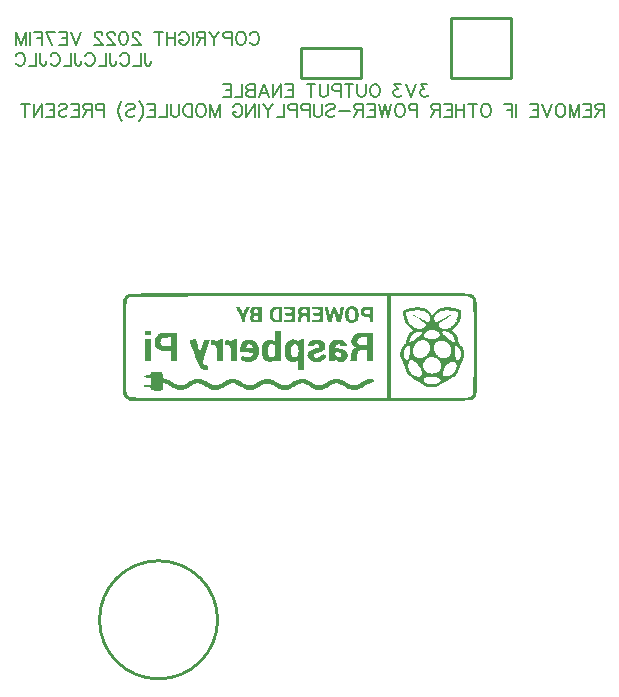
<source format=gbo>
G04 Layer: BottomSilkscreenLayer*
G04 EasyEDA v6.5.15, 2022-10-06 20:38:00*
G04 44a05442b3094d8486212c110c7f242b,5a6b42c53f6a479593ecc07194224c93,10*
G04 Gerber Generator version 0.2*
G04 Scale: 100 percent, Rotated: No, Reflected: No *
G04 Dimensions in millimeters *
G04 leading zeros omitted , absolute positions ,4 integer and 5 decimal *
%FSLAX45Y45*%
%MOMM*%

%ADD10C,0.1524*%
%ADD11C,0.1520*%
%ADD12C,0.2540*%

%LPD*%
G36*
X2417114Y3389833D02*
G01*
X2151583Y3389426D01*
X2037588Y3388868D01*
X1938934Y3388004D01*
X1864969Y3386785D01*
X1834235Y3386074D01*
X1804111Y3385058D01*
X1781149Y3384042D01*
X1759102Y3382772D01*
X1739036Y3381146D01*
X1725930Y3379724D01*
X1717700Y3378504D01*
X1709623Y3376980D01*
X1700631Y3374593D01*
X1694738Y3372256D01*
X1690522Y3369614D01*
X1689100Y3368395D01*
X1686661Y3365449D01*
X1685188Y3362553D01*
X1681327Y3351326D01*
X1679549Y3347516D01*
X1664716Y3322167D01*
X1664716Y2946704D01*
X1693621Y2946704D01*
X1693875Y3137560D01*
X1694535Y3212185D01*
X1695094Y3241598D01*
X1695856Y3266338D01*
X1696872Y3286810D01*
X1698091Y3303524D01*
X1699666Y3316884D01*
X1701495Y3327298D01*
X1702562Y3331616D01*
X1703730Y3335324D01*
X1706321Y3341319D01*
X1709318Y3345738D01*
X1712772Y3349091D01*
X1716684Y3351733D01*
X1722272Y3354832D01*
X1725574Y3355390D01*
X1745843Y3356406D01*
X1784451Y3357321D01*
X1845614Y3358184D01*
X1927860Y3358896D01*
X2140102Y3359962D01*
X2292908Y3360369D01*
X2624683Y3360775D01*
X3906012Y3360826D01*
X3906012Y2498496D01*
X3935018Y2498496D01*
X3935018Y3360826D01*
X4377791Y3361029D01*
X4495292Y3361690D01*
X4560366Y3362706D01*
X4566158Y3363010D01*
X4571136Y3363925D01*
X4575556Y3364026D01*
X4580432Y3363518D01*
X4585614Y3362451D01*
X4590948Y3360826D01*
X4596384Y3358794D01*
X4601768Y3356356D01*
X4607001Y3353562D01*
X4611928Y3350412D01*
X4616450Y3347059D01*
X4620463Y3343452D01*
X4624374Y3338982D01*
X4627321Y3334613D01*
X4628946Y3330854D01*
X4630369Y3325774D01*
X4631537Y3318764D01*
X4632553Y3309213D01*
X4633417Y3296665D01*
X4634636Y3260039D01*
X4635347Y3204260D01*
X4635652Y3124708D01*
X4635703Y2814929D01*
X4635449Y2712872D01*
X4634941Y2645918D01*
X4634128Y2597810D01*
X4633569Y2579827D01*
X4632096Y2553766D01*
X4631131Y2544927D01*
X4630064Y2538272D01*
X4628845Y2533446D01*
X4627473Y2529992D01*
X4625340Y2526639D01*
X4620310Y2520137D01*
X4618177Y2517851D01*
X4615789Y2515717D01*
X4613148Y2513736D01*
X4610150Y2511958D01*
X4606696Y2510282D01*
X4602683Y2508758D01*
X4598111Y2507386D01*
X4592828Y2506116D01*
X4579924Y2503982D01*
X4563313Y2502306D01*
X4542383Y2500985D01*
X4516475Y2500020D01*
X4484928Y2499309D01*
X4402531Y2498648D01*
X4350359Y2498496D01*
X2299157Y2498547D01*
X2083511Y2498953D01*
X1965655Y2499664D01*
X1876094Y2500782D01*
X1810816Y2502509D01*
X1786026Y2503627D01*
X1765757Y2504897D01*
X1746046Y2506776D01*
X1738274Y2507843D01*
X1727200Y2509977D01*
X1720138Y2512161D01*
X1716735Y2513584D01*
X1713585Y2515514D01*
X1711909Y2516835D01*
X1708962Y2520137D01*
X1702714Y2530652D01*
X1701190Y2533954D01*
X1699869Y2538374D01*
X1698701Y2544318D01*
X1697685Y2552293D01*
X1696821Y2562656D01*
X1696059Y2575915D01*
X1694942Y2612847D01*
X1694230Y2666593D01*
X1693824Y2740660D01*
X1693621Y2946704D01*
X1664716Y2946704D01*
X1664919Y2714955D01*
X1665427Y2645105D01*
X1666239Y2595626D01*
X1667560Y2562555D01*
X1668424Y2550922D01*
X1669440Y2541879D01*
X1670659Y2534869D01*
X1672031Y2529535D01*
X1674469Y2523337D01*
X1677974Y2517241D01*
X1681073Y2512669D01*
X1684680Y2508046D01*
X1688592Y2503474D01*
X1692757Y2499055D01*
X1696974Y2494991D01*
X1701190Y2491384D01*
X1705254Y2488336D01*
X1724304Y2475331D01*
X3937457Y2475534D01*
X4217517Y2475941D01*
X4340758Y2476347D01*
X4426102Y2476906D01*
X4494987Y2477617D01*
X4549495Y2478735D01*
X4583328Y2480005D01*
X4595063Y2480767D01*
X4606340Y2481935D01*
X4612182Y2482900D01*
X4616805Y2484069D01*
X4620006Y2485339D01*
X4622088Y2486456D01*
X4626813Y2489555D01*
X4631029Y2492806D01*
X4635296Y2496515D01*
X4639513Y2500528D01*
X4643526Y2504744D01*
X4647234Y2509012D01*
X4650486Y2513228D01*
X4654702Y2519832D01*
X4656074Y2522524D01*
X4658055Y2528011D01*
X4659376Y2533904D01*
X4660544Y2541727D01*
X4661509Y2552039D01*
X4662322Y2565400D01*
X4662982Y2582367D01*
X4663897Y2629357D01*
X4664405Y2697429D01*
X4664659Y2848864D01*
X4664557Y3135782D01*
X4664151Y3212896D01*
X4663389Y3267303D01*
X4662170Y3303320D01*
X4661306Y3315868D01*
X4660290Y3325520D01*
X4659071Y3332784D01*
X4657648Y3338271D01*
X4656074Y3342538D01*
X4654194Y3346145D01*
X4650486Y3351885D01*
X4647234Y3356051D01*
X4643526Y3360318D01*
X4639513Y3364534D01*
X4635296Y3368548D01*
X4631029Y3372256D01*
X4626813Y3375507D01*
X4620260Y3379622D01*
X4617770Y3380689D01*
X4614011Y3381806D01*
X4605782Y3383229D01*
X4595215Y3384296D01*
X4581855Y3385159D01*
X4551172Y3386328D01*
X4506569Y3387242D01*
X4445050Y3388004D01*
X4363770Y3388614D01*
X4259681Y3389020D01*
X4054551Y3389426D01*
X3768699Y3389629D01*
G37*
G36*
X3611473Y3277463D02*
G01*
X3605174Y3277362D01*
X3598824Y3276650D01*
X3592525Y3275329D01*
X3586378Y3273348D01*
X3580434Y3270808D01*
X3574796Y3267608D01*
X3569512Y3263900D01*
X3564636Y3259582D01*
X3560318Y3255010D01*
X3556965Y3250590D01*
X3554374Y3246018D01*
X3552444Y3240887D01*
X3551174Y3234842D01*
X3550361Y3227578D01*
X3549954Y3218637D01*
X3549892Y3211982D01*
X3576624Y3211982D01*
X3576980Y3217621D01*
X3577691Y3223107D01*
X3578809Y3228340D01*
X3580282Y3233318D01*
X3582111Y3237890D01*
X3584346Y3242005D01*
X3586987Y3245612D01*
X3589985Y3248609D01*
X3593388Y3250895D01*
X3601262Y3254959D01*
X3606546Y3255975D01*
X3612134Y3253638D01*
X3620973Y3247644D01*
X3624529Y3244850D01*
X3627424Y3241852D01*
X3629660Y3238449D01*
X3631336Y3234436D01*
X3632555Y3229610D01*
X3633317Y3223717D01*
X3633724Y3216605D01*
X3633825Y3208020D01*
X3633520Y3198926D01*
X3632657Y3190697D01*
X3631234Y3183382D01*
X3629253Y3177032D01*
X3626764Y3171596D01*
X3623767Y3167227D01*
X3620262Y3163824D01*
X3616350Y3161436D01*
X3611981Y3160115D01*
X3607206Y3159912D01*
X3602024Y3160826D01*
X3596487Y3162858D01*
X3592931Y3164941D01*
X3589731Y3167735D01*
X3586835Y3171139D01*
X3584346Y3175101D01*
X3582162Y3179572D01*
X3580333Y3184448D01*
X3578910Y3189579D01*
X3577793Y3195015D01*
X3577031Y3200603D01*
X3576675Y3206292D01*
X3576624Y3211982D01*
X3549892Y3211982D01*
X3549954Y3197098D01*
X3550361Y3188258D01*
X3551174Y3180943D01*
X3552444Y3174847D01*
X3554222Y3169615D01*
X3556660Y3164890D01*
X3559860Y3160420D01*
X3563823Y3155899D01*
X3568598Y3151327D01*
X3573678Y3147364D01*
X3579114Y3144062D01*
X3584752Y3141319D01*
X3590594Y3139236D01*
X3596589Y3137814D01*
X3602685Y3137052D01*
X3608832Y3136950D01*
X3614978Y3137509D01*
X3621074Y3138779D01*
X3627069Y3140710D01*
X3632962Y3143351D01*
X3638550Y3146450D01*
X3643426Y3149650D01*
X3647694Y3153054D01*
X3651300Y3156762D01*
X3654298Y3160877D01*
X3656837Y3165398D01*
X3658819Y3170529D01*
X3660343Y3176270D01*
X3661460Y3182721D01*
X3662222Y3190036D01*
X3662679Y3198215D01*
X3662679Y3216402D01*
X3662273Y3224479D01*
X3661511Y3231642D01*
X3660444Y3238042D01*
X3659022Y3243783D01*
X3657142Y3248863D01*
X3654806Y3253435D01*
X3652012Y3257550D01*
X3648659Y3261309D01*
X3644747Y3264712D01*
X3640277Y3267964D01*
X3635146Y3271062D01*
X3629609Y3273653D01*
X3623818Y3275584D01*
X3617722Y3276854D01*
G37*
G36*
X3539337Y3274567D02*
G01*
X3524402Y3272840D01*
X3519830Y3272078D01*
X3516122Y3270707D01*
X3513074Y3268319D01*
X3510534Y3264560D01*
X3508298Y3259023D01*
X3506114Y3251301D01*
X3503777Y3240989D01*
X3492804Y3184296D01*
X3477615Y3242208D01*
X3474567Y3252520D01*
X3471824Y3260394D01*
X3469233Y3266135D01*
X3466592Y3270046D01*
X3463747Y3272434D01*
X3460496Y3273653D01*
X3456686Y3274009D01*
X3452926Y3273704D01*
X3449726Y3272536D01*
X3446932Y3270300D01*
X3444443Y3266694D01*
X3442004Y3261410D01*
X3439566Y3254197D01*
X3436874Y3244748D01*
X3431946Y3225139D01*
X3428441Y3212998D01*
X3426866Y3208375D01*
X3425342Y3204768D01*
X3423920Y3202178D01*
X3422548Y3200552D01*
X3421227Y3199942D01*
X3419957Y3200298D01*
X3418738Y3201670D01*
X3417519Y3204006D01*
X3416300Y3207359D01*
X3413861Y3217011D01*
X3408934Y3243732D01*
X3406800Y3253943D01*
X3404666Y3261563D01*
X3402329Y3266998D01*
X3399536Y3270605D01*
X3396132Y3272739D01*
X3391915Y3273755D01*
X3386683Y3274009D01*
X3380638Y3273501D01*
X3376523Y3272078D01*
X3374491Y3269843D01*
X3374644Y3266744D01*
X3379063Y3249930D01*
X3385261Y3223818D01*
X3393643Y3187090D01*
X3398469Y3166922D01*
X3400501Y3159556D01*
X3402431Y3153664D01*
X3404260Y3149193D01*
X3406190Y3145891D01*
X3408172Y3143605D01*
X3410458Y3142132D01*
X3412947Y3141319D01*
X3415893Y3140964D01*
X3419297Y3140862D01*
X3424123Y3141116D01*
X3427984Y3142030D01*
X3431184Y3144012D01*
X3433978Y3147568D01*
X3436569Y3153105D01*
X3439210Y3160928D01*
X3445713Y3185414D01*
X3456787Y3229914D01*
X3471265Y3171494D01*
X3474212Y3160826D01*
X3476853Y3152952D01*
X3479444Y3147466D01*
X3482238Y3143961D01*
X3485489Y3141980D01*
X3489451Y3141065D01*
X3494379Y3140862D01*
X3497935Y3140964D01*
X3500932Y3141319D01*
X3503523Y3142183D01*
X3505860Y3143758D01*
X3507943Y3146247D01*
X3509873Y3149854D01*
X3511854Y3154883D01*
X3513886Y3161436D01*
X3518560Y3180181D01*
G37*
G36*
X3745179Y3274009D02*
G01*
X3736136Y3273907D01*
X3727958Y3273552D01*
X3720490Y3272942D01*
X3713835Y3272078D01*
X3707841Y3270910D01*
X3702507Y3269437D01*
X3697884Y3267659D01*
X3693820Y3265474D01*
X3690365Y3262985D01*
X3687470Y3260090D01*
X3685133Y3256788D01*
X3683254Y3253079D01*
X3681882Y3248914D01*
X3680917Y3244291D01*
X3680358Y3239160D01*
X3680155Y3233572D01*
X3680454Y3228492D01*
X3709771Y3228492D01*
X3710076Y3234131D01*
X3711905Y3241141D01*
X3715816Y3245662D01*
X3722725Y3248304D01*
X3733749Y3249726D01*
X3740810Y3250285D01*
X3746144Y3250387D01*
X3750005Y3249930D01*
X3752596Y3248609D01*
X3754221Y3246272D01*
X3755085Y3242665D01*
X3755390Y3237636D01*
X3755440Y3230930D01*
X3754983Y3219856D01*
X3752900Y3213658D01*
X3748074Y3210966D01*
X3739540Y3210407D01*
X3731717Y3210814D01*
X3725164Y3211931D01*
X3719779Y3213760D01*
X3715562Y3216300D01*
X3712464Y3219602D01*
X3710584Y3223666D01*
X3709771Y3228492D01*
X3680454Y3228492D01*
X3680561Y3226663D01*
X3681831Y3220212D01*
X3683863Y3214268D01*
X3686606Y3208832D01*
X3690162Y3203956D01*
X3694379Y3199638D01*
X3699306Y3195929D01*
X3704844Y3192830D01*
X3711041Y3190392D01*
X3717798Y3188614D01*
X3725164Y3187547D01*
X3733088Y3187192D01*
X3740404Y3187141D01*
X3745941Y3186785D01*
X3749954Y3185922D01*
X3752596Y3184245D01*
X3754221Y3181451D01*
X3755085Y3177336D01*
X3755390Y3171647D01*
X3755440Y3164027D01*
X3755898Y3151632D01*
X3757828Y3144621D01*
X3762197Y3141573D01*
X3769918Y3140862D01*
X3784396Y3140862D01*
X3784396Y3274009D01*
G37*
G36*
X3311956Y3274009D02*
G01*
X3285642Y3273653D01*
X3277006Y3273145D01*
X3270910Y3272332D01*
X3266948Y3271012D01*
X3264763Y3269234D01*
X3264001Y3266897D01*
X3264255Y3263849D01*
X3265119Y3261106D01*
X3266694Y3258820D01*
X3269132Y3256940D01*
X3272586Y3255467D01*
X3277158Y3254248D01*
X3283102Y3253333D01*
X3290468Y3252571D01*
X3309721Y3251403D01*
X3317697Y3250692D01*
X3323539Y3249726D01*
X3327654Y3248406D01*
X3330295Y3246475D01*
X3331819Y3243935D01*
X3332530Y3240481D01*
X3332683Y3236112D01*
X3332530Y3231692D01*
X3331921Y3228340D01*
X3330600Y3225800D01*
X3328263Y3224072D01*
X3324656Y3222904D01*
X3319576Y3222294D01*
X3312668Y3221990D01*
X3295243Y3221837D01*
X3288588Y3221532D01*
X3283508Y3220872D01*
X3279800Y3219856D01*
X3277311Y3218383D01*
X3275736Y3216351D01*
X3274974Y3213709D01*
X3274771Y3210356D01*
X3274974Y3206953D01*
X3275736Y3204311D01*
X3277311Y3202279D01*
X3279800Y3200806D01*
X3283508Y3199790D01*
X3288588Y3199130D01*
X3295243Y3198825D01*
X3313074Y3198723D01*
X3320135Y3198418D01*
X3325266Y3197758D01*
X3328771Y3196437D01*
X3330956Y3194405D01*
X3332124Y3191357D01*
X3332581Y3187192D01*
X3332581Y3176168D01*
X3332073Y3171952D01*
X3330752Y3168853D01*
X3328263Y3166668D01*
X3324250Y3165144D01*
X3318357Y3164179D01*
X3310178Y3163468D01*
X3290468Y3162300D01*
X3283102Y3161588D01*
X3277158Y3160623D01*
X3272586Y3159404D01*
X3269132Y3157931D01*
X3266694Y3156051D01*
X3265119Y3153765D01*
X3264255Y3151022D01*
X3264001Y3147974D01*
X3264763Y3145637D01*
X3266948Y3143859D01*
X3270910Y3142589D01*
X3277006Y3141726D01*
X3285642Y3141218D01*
X3311956Y3140862D01*
X3361639Y3140862D01*
X3361639Y3274009D01*
G37*
G36*
X3213557Y3274009D02*
G01*
X3197961Y3273552D01*
X3183534Y3272332D01*
X3171952Y3270503D01*
X3167735Y3269386D01*
X3164789Y3268268D01*
X3161182Y3265779D01*
X3157982Y3262477D01*
X3155238Y3258565D01*
X3152952Y3254095D01*
X3151225Y3249269D01*
X3150006Y3244240D01*
X3149346Y3239058D01*
X3149320Y3236468D01*
X3178556Y3236468D01*
X3179724Y3241446D01*
X3182518Y3245510D01*
X3187446Y3248456D01*
X3194253Y3250234D01*
X3202990Y3250844D01*
X3213608Y3250387D01*
X3219551Y3248101D01*
X3222091Y3242919D01*
X3222650Y3233470D01*
X3222091Y3224326D01*
X3219805Y3219094D01*
X3214725Y3216706D01*
X3205988Y3216097D01*
X3199079Y3216656D01*
X3192983Y3218180D01*
X3187801Y3220567D01*
X3183636Y3223666D01*
X3180638Y3227476D01*
X3178911Y3231743D01*
X3178556Y3236468D01*
X3149320Y3236468D01*
X3149295Y3233978D01*
X3149854Y3229051D01*
X3151022Y3224479D01*
X3152851Y3220364D01*
X3159404Y3211728D01*
X3161080Y3207461D01*
X3160623Y3203752D01*
X3157982Y3200146D01*
X3155086Y3195472D01*
X3152140Y3187750D01*
X3149447Y3177946D01*
X3147364Y3167227D01*
X3146094Y3158591D01*
X3145383Y3152140D01*
X3145282Y3147466D01*
X3146044Y3144316D01*
X3147720Y3142335D01*
X3150463Y3141319D01*
X3154476Y3140964D01*
X3159861Y3140862D01*
X3168650Y3141472D01*
X3173577Y3144012D01*
X3175812Y3149752D01*
X3176727Y3168091D01*
X3177997Y3175000D01*
X3180181Y3180689D01*
X3183382Y3185210D01*
X3187496Y3188716D01*
X3192729Y3191103D01*
X3198977Y3192526D01*
X3206394Y3192983D01*
X3211525Y3192881D01*
X3215436Y3192373D01*
X3218281Y3191256D01*
X3220262Y3189173D01*
X3221532Y3186023D01*
X3222244Y3181400D01*
X3222548Y3175152D01*
X3222701Y3158947D01*
X3223006Y3152749D01*
X3223717Y3148177D01*
X3224885Y3144926D01*
X3226663Y3142792D01*
X3229254Y3141573D01*
X3232658Y3141014D01*
X3251606Y3140862D01*
X3251606Y3274009D01*
G37*
G36*
X3077819Y3274009D02*
G01*
X3052673Y3273653D01*
X3044494Y3273145D01*
X3038754Y3272180D01*
X3034944Y3270758D01*
X3032760Y3268726D01*
X3031744Y3265982D01*
X3031490Y3262426D01*
X3031744Y3259023D01*
X3032556Y3256330D01*
X3034182Y3254298D01*
X3036925Y3252825D01*
X3040989Y3251809D01*
X3046577Y3251200D01*
X3073400Y3250793D01*
X3081020Y3250488D01*
X3086658Y3249879D01*
X3090570Y3248761D01*
X3093059Y3246983D01*
X3094482Y3244392D01*
X3095091Y3240938D01*
X3095091Y3231896D01*
X3094482Y3228441D01*
X3093161Y3225850D01*
X3090875Y3224072D01*
X3087319Y3222904D01*
X3082188Y3222244D01*
X3057804Y3221837D01*
X3051149Y3221532D01*
X3046069Y3220872D01*
X3042361Y3219856D01*
X3039821Y3218383D01*
X3038297Y3216351D01*
X3037535Y3213709D01*
X3037281Y3210356D01*
X3037535Y3206953D01*
X3038297Y3204311D01*
X3039821Y3202279D01*
X3042361Y3200806D01*
X3046069Y3199790D01*
X3051149Y3199130D01*
X3057804Y3198825D01*
X3075635Y3198723D01*
X3082747Y3198418D01*
X3087878Y3197758D01*
X3091332Y3196437D01*
X3093516Y3194354D01*
X3094685Y3191256D01*
X3095142Y3187039D01*
X3095142Y3175711D01*
X3094685Y3171444D01*
X3093466Y3168345D01*
X3091129Y3166262D01*
X3087319Y3164992D01*
X3081629Y3164332D01*
X3053943Y3163976D01*
X3046577Y3163671D01*
X3040989Y3163062D01*
X3036925Y3162046D01*
X3034182Y3160572D01*
X3032556Y3158540D01*
X3031744Y3155899D01*
X3031490Y3152444D01*
X3031744Y3148888D01*
X3032760Y3146196D01*
X3034944Y3144113D01*
X3038754Y3142691D01*
X3044494Y3141726D01*
X3052673Y3141218D01*
X3077819Y3140862D01*
X3124149Y3140862D01*
X3124149Y3274009D01*
G37*
G36*
X2978912Y3274009D02*
G01*
X2968345Y3273856D01*
X2959760Y3273450D01*
X2952699Y3272586D01*
X2946806Y3271164D01*
X2941675Y3269030D01*
X2936900Y3266033D01*
X2932074Y3262122D01*
X2926791Y3257092D01*
X2921863Y3251911D01*
X2917952Y3247136D01*
X2915005Y3242411D01*
X2912821Y3237433D01*
X2911348Y3231743D01*
X2910433Y3225139D01*
X2910027Y3217113D01*
X2909874Y3207461D01*
X2938830Y3207461D01*
X2939338Y3216503D01*
X2940608Y3225546D01*
X2942488Y3233623D01*
X2944825Y3239668D01*
X2948533Y3244443D01*
X2953715Y3247948D01*
X2960268Y3250133D01*
X2967990Y3250844D01*
X2985160Y3250844D01*
X2985160Y3164027D01*
X2967990Y3164027D01*
X2963164Y3164332D01*
X2958795Y3165144D01*
X2954832Y3166567D01*
X2951378Y3168548D01*
X2948381Y3171139D01*
X2945790Y3174390D01*
X2943606Y3178200D01*
X2941878Y3182721D01*
X2940558Y3187852D01*
X2939592Y3193694D01*
X2939034Y3200196D01*
X2938830Y3207461D01*
X2909874Y3207461D01*
X2910027Y3197758D01*
X2910433Y3189732D01*
X2911348Y3183128D01*
X2912821Y3177489D01*
X2915005Y3172460D01*
X2917952Y3167735D01*
X2921863Y3163011D01*
X2926791Y3157778D01*
X2932074Y3152749D01*
X2936900Y3148838D01*
X2941675Y3145840D01*
X2946806Y3143707D01*
X2952699Y3142284D01*
X2959760Y3141421D01*
X2968345Y3141014D01*
X3014116Y3140862D01*
X3014116Y3274009D01*
G37*
G36*
X2806090Y3274009D02*
G01*
X2792018Y3273704D01*
X2779064Y3272891D01*
X2768650Y3271723D01*
X2764840Y3271062D01*
X2762250Y3270300D01*
X2757373Y3267557D01*
X2753207Y3263392D01*
X2749804Y3258108D01*
X2747314Y3252012D01*
X2745790Y3245307D01*
X2745282Y3238347D01*
X2745469Y3236366D01*
X2776677Y3236366D01*
X2777337Y3243783D01*
X2779877Y3248202D01*
X2785160Y3250285D01*
X2794050Y3250844D01*
X2802940Y3250285D01*
X2808224Y3248202D01*
X2810764Y3243783D01*
X2811424Y3236366D01*
X2810764Y3228949D01*
X2808224Y3224580D01*
X2802940Y3222447D01*
X2794050Y3221888D01*
X2785160Y3222447D01*
X2779877Y3224580D01*
X2777337Y3228949D01*
X2776677Y3236366D01*
X2745469Y3236366D01*
X2745943Y3231337D01*
X2750007Y3216910D01*
X2750261Y3210102D01*
X2748483Y3203448D01*
X2741726Y3191103D01*
X2739898Y3185718D01*
X2739136Y3180283D01*
X2739542Y3174746D01*
X2740489Y3171240D01*
X2771495Y3171240D01*
X2771952Y3179927D01*
X2773629Y3188106D01*
X2776982Y3193237D01*
X2782976Y3196132D01*
X2792577Y3197656D01*
X2802940Y3198215D01*
X2808579Y3196539D01*
X2810967Y3191459D01*
X2811424Y3181756D01*
X2810916Y3172053D01*
X2808274Y3166719D01*
X2802077Y3164484D01*
X2790748Y3164027D01*
X2779522Y3164433D01*
X2773578Y3166465D01*
X2771495Y3171240D01*
X2740489Y3171240D01*
X2741066Y3169107D01*
X2743708Y3163265D01*
X2747467Y3157270D01*
X2752394Y3151022D01*
X2755138Y3148330D01*
X2758490Y3146145D01*
X2762554Y3144367D01*
X2767634Y3142996D01*
X2773781Y3142030D01*
X2781249Y3141370D01*
X2800756Y3140862D01*
X2840380Y3140862D01*
X2840380Y3274009D01*
G37*
G36*
X2640634Y3274009D02*
G01*
X2634996Y3273704D01*
X2630373Y3272942D01*
X2627223Y3271774D01*
X2626106Y3270351D01*
X2626563Y3268776D01*
X2630068Y3261156D01*
X2636316Y3248812D01*
X2652877Y3218078D01*
X2659227Y3205378D01*
X2664358Y3193694D01*
X2668270Y3183077D01*
X2670911Y3173628D01*
X2671775Y3169361D01*
X2672283Y3165449D01*
X2672892Y3150768D01*
X2674874Y3144418D01*
X2679242Y3141573D01*
X2686913Y3140862D01*
X2691384Y3141014D01*
X2694787Y3141573D01*
X2697327Y3142843D01*
X2699156Y3144977D01*
X2700324Y3148279D01*
X2700985Y3152952D01*
X2701290Y3159252D01*
X2701493Y3172256D01*
X2701848Y3177032D01*
X2703322Y3186480D01*
X2705912Y3196132D01*
X2709773Y3206394D01*
X2712161Y3211880D01*
X2718104Y3223717D01*
X2732989Y3251047D01*
X2738475Y3261867D01*
X2741523Y3268726D01*
X2741930Y3270199D01*
X2740761Y3271672D01*
X2737662Y3272891D01*
X2733040Y3273704D01*
X2727350Y3274009D01*
X2723286Y3273704D01*
X2719679Y3272840D01*
X2716326Y3271164D01*
X2713228Y3268675D01*
X2710129Y3265220D01*
X2707030Y3260699D01*
X2703728Y3255010D01*
X2694940Y3237839D01*
X2690164Y3229559D01*
X2686354Y3223971D01*
X2684018Y3221888D01*
X2681681Y3223971D01*
X2677820Y3229559D01*
X2673045Y3237839D01*
X2664307Y3255010D01*
X2661005Y3260699D01*
X2657906Y3265220D01*
X2654808Y3268675D01*
X2651658Y3271164D01*
X2648356Y3272840D01*
X2644698Y3273704D01*
G37*
G36*
X4406646Y3271316D02*
G01*
X4404106Y3271113D01*
X4367428Y3264357D01*
X4356100Y3261410D01*
X4345482Y3257499D01*
X4340453Y3255213D01*
X4335576Y3252673D01*
X4330903Y3249930D01*
X4326382Y3246932D01*
X4322064Y3243732D01*
X4317949Y3240328D01*
X4314037Y3236722D01*
X4310278Y3232861D01*
X4306773Y3228797D01*
X4300321Y3220059D01*
X4286300Y3198723D01*
X4270603Y3224784D01*
X4267911Y3228543D01*
X4261916Y3235553D01*
X4258665Y3238804D01*
X4251502Y3244799D01*
X4243628Y3250133D01*
X4239412Y3252571D01*
X4230420Y3256889D01*
X4225696Y3258820D01*
X4215739Y3262122D01*
X4205071Y3264763D01*
X4193844Y3266694D01*
X4182008Y3267913D01*
X4169562Y3268421D01*
X4156608Y3268217D01*
X4143095Y3267303D01*
X4129125Y3265627D01*
X4114647Y3263290D01*
X4096562Y3259480D01*
X4076700Y3254552D01*
X4067962Y3252165D01*
X4054246Y3247694D01*
X4049674Y3245866D01*
X4047032Y3244291D01*
X4045204Y3242157D01*
X4043730Y3239109D01*
X4042562Y3235198D01*
X4041749Y3230575D01*
X4041292Y3225342D01*
X4041089Y3219551D01*
X4041215Y3214370D01*
X4065524Y3214370D01*
X4065879Y3220770D01*
X4067911Y3224885D01*
X4071975Y3227070D01*
X4084065Y3228136D01*
X4087520Y3229406D01*
X4088790Y3231489D01*
X4087012Y3237230D01*
X4088993Y3238703D01*
X4093921Y3238703D01*
X4109618Y3236315D01*
X4115358Y3236417D01*
X4119016Y3237585D01*
X4120337Y3239820D01*
X4121200Y3241903D01*
X4123690Y3243021D01*
X4127347Y3243122D01*
X4136593Y3241141D01*
X4140250Y3241294D01*
X4142638Y3242564D01*
X4143501Y3244850D01*
X4144111Y3247440D01*
X4146092Y3248355D01*
X4149547Y3247644D01*
X4159859Y3242970D01*
X4163720Y3242310D01*
X4166362Y3243427D01*
X4168038Y3246272D01*
X4169359Y3249168D01*
X4170832Y3250031D01*
X4172610Y3248964D01*
X4174845Y3245815D01*
X4177334Y3243224D01*
X4180687Y3241649D01*
X4184446Y3241141D01*
X4192320Y3242665D01*
X4196842Y3242310D01*
X4201261Y3240938D01*
X4205020Y3238652D01*
X4208119Y3236468D01*
X4210659Y3235299D01*
X4212386Y3235350D01*
X4212996Y3236569D01*
X4213910Y3237484D01*
X4216400Y3236671D01*
X4220057Y3234283D01*
X4229049Y3226866D01*
X4232757Y3224530D01*
X4235246Y3223717D01*
X4236161Y3224631D01*
X4237024Y3226816D01*
X4239361Y3226460D01*
X4242765Y3223971D01*
X4246930Y3219704D01*
X4251452Y3214116D01*
X4255973Y3207664D01*
X4260138Y3200704D01*
X4263491Y3193643D01*
X4265676Y3188157D01*
X4267250Y3183280D01*
X4268216Y3178860D01*
X4268673Y3174695D01*
X4268631Y3173577D01*
X4301794Y3173577D01*
X4302658Y3181045D01*
X4304842Y3187852D01*
X4308043Y3195218D01*
X4311954Y3202584D01*
X4316272Y3209493D01*
X4320590Y3215386D01*
X4324604Y3219754D01*
X4327956Y3222091D01*
X4332478Y3221634D01*
X4336084Y3223107D01*
X4340606Y3226003D01*
X4350308Y3233978D01*
X4354220Y3236518D01*
X4356811Y3237433D01*
X4357776Y3236569D01*
X4358436Y3235350D01*
X4360265Y3235452D01*
X4362958Y3236722D01*
X4369968Y3241446D01*
X4374032Y3242868D01*
X4377842Y3243122D01*
X4384040Y3241192D01*
X4387850Y3241446D01*
X4391914Y3242868D01*
X4395673Y3245256D01*
X4399635Y3248202D01*
X4402226Y3249218D01*
X4403648Y3248304D01*
X4404715Y3242767D01*
X4406747Y3241751D01*
X4410303Y3242513D01*
X4421022Y3247542D01*
X4424629Y3248355D01*
X4426661Y3247440D01*
X4427270Y3244850D01*
X4428134Y3242564D01*
X4430522Y3241294D01*
X4434179Y3241141D01*
X4443425Y3243122D01*
X4447082Y3243021D01*
X4449572Y3241903D01*
X4450435Y3239820D01*
X4451756Y3237585D01*
X4455414Y3236417D01*
X4461154Y3236315D01*
X4476851Y3238703D01*
X4481779Y3238703D01*
X4483760Y3237230D01*
X4482033Y3231489D01*
X4483557Y3229406D01*
X4487468Y3228136D01*
X4501489Y3227324D01*
X4505147Y3225749D01*
X4505350Y3222244D01*
X4500016Y3210712D01*
X4499305Y3207105D01*
X4500372Y3205175D01*
X4503267Y3204565D01*
X4505350Y3203702D01*
X4505401Y3201365D01*
X4503470Y3197707D01*
X4495393Y3187750D01*
X4493514Y3184144D01*
X4493971Y3182061D01*
X4499610Y3180740D01*
X4500067Y3178657D01*
X4498187Y3175050D01*
X4489246Y3164281D01*
X4487367Y3160674D01*
X4488129Y3158693D01*
X4494834Y3157575D01*
X4495647Y3156204D01*
X4493869Y3153816D01*
X4485589Y3146856D01*
X4482388Y3143504D01*
X4480204Y3140456D01*
X4478274Y3134664D01*
X4475276Y3130042D01*
X4470857Y3124809D01*
X4465574Y3119475D01*
X4459884Y3114446D01*
X4454398Y3110230D01*
X4449470Y3107334D01*
X4445762Y3106267D01*
X4443120Y3105759D01*
X4441444Y3104489D01*
X4440986Y3102610D01*
X4441748Y3100374D01*
X4442053Y3098088D01*
X4440072Y3096260D01*
X4436110Y3095040D01*
X4424781Y3094126D01*
X4420057Y3092907D01*
X4416856Y3091027D01*
X4415688Y3088792D01*
X4414977Y3086100D01*
X4412945Y3084169D01*
X4409694Y3082950D01*
X4405528Y3082442D01*
X4400499Y3082544D01*
X4394809Y3083255D01*
X4388713Y3084525D01*
X4382262Y3086201D01*
X4375759Y3088335D01*
X4369257Y3090875D01*
X4362958Y3093720D01*
X4357065Y3096818D01*
X4351731Y3100171D01*
X4347159Y3103676D01*
X4343501Y3107334D01*
X4340910Y3111042D01*
X4339285Y3114548D01*
X4338523Y3117799D01*
X4338777Y3120999D01*
X4340148Y3124352D01*
X4342739Y3128060D01*
X4346702Y3132429D01*
X4359249Y3143808D01*
X4367072Y3150108D01*
X4376623Y3157220D01*
X4387240Y3164687D01*
X4398416Y3172104D01*
X4409541Y3179114D01*
X4434078Y3193288D01*
X4445609Y3200196D01*
X4455515Y3206800D01*
X4456226Y3207664D01*
X4455769Y3208172D01*
X4454398Y3208172D01*
X4449267Y3206851D01*
X4441393Y3203905D01*
X4431334Y3199638D01*
X4419600Y3194354D01*
X4393539Y3181604D01*
X4367631Y3167938D01*
X4356100Y3161385D01*
X4346295Y3155442D01*
X4338726Y3150311D01*
X4322013Y3137966D01*
X4310583Y3152089D01*
X4305706Y3159252D01*
X4302810Y3166364D01*
X4301794Y3173577D01*
X4268631Y3173577D01*
X4268520Y3170631D01*
X4267860Y3166567D01*
X4266590Y3162198D01*
X4264812Y3157474D01*
X4261662Y3151022D01*
X4258259Y3145739D01*
X4255008Y3142183D01*
X4252264Y3140862D01*
X4250436Y3141268D01*
X4243476Y3144316D01*
X4233113Y3149752D01*
X4220565Y3156915D01*
X4208881Y3163925D01*
X4197654Y3170275D01*
X4185158Y3177032D01*
X4158843Y3190290D01*
X4135018Y3201314D01*
X4125671Y3205276D01*
X4118762Y3207766D01*
X4116476Y3208375D01*
X4115054Y3208528D01*
X4114546Y3208121D01*
X4115308Y3207258D01*
X4121048Y3203194D01*
X4131310Y3196640D01*
X4169054Y3173730D01*
X4180433Y3166262D01*
X4191406Y3158744D01*
X4201414Y3151530D01*
X4209796Y3145078D01*
X4220413Y3135985D01*
X4225798Y3131058D01*
X4229455Y3127044D01*
X4231538Y3123590D01*
X4232148Y3120440D01*
X4231538Y3117189D01*
X4229760Y3113532D01*
X4226966Y3109112D01*
X4224020Y3105404D01*
X4220108Y3101797D01*
X4215434Y3098342D01*
X4210151Y3095142D01*
X4204462Y3092145D01*
X4198416Y3089503D01*
X4192270Y3087166D01*
X4186072Y3085236D01*
X4180078Y3083712D01*
X4174337Y3082696D01*
X4169105Y3082188D01*
X4164431Y3082188D01*
X4160570Y3082848D01*
X4157624Y3084118D01*
X4155744Y3086100D01*
X4155084Y3088792D01*
X4153915Y3091027D01*
X4150715Y3092907D01*
X4145991Y3094126D01*
X4134662Y3095040D01*
X4130700Y3096260D01*
X4128719Y3098088D01*
X4129024Y3100374D01*
X4129786Y3102610D01*
X4129328Y3104489D01*
X4127652Y3105759D01*
X4125010Y3106267D01*
X4121048Y3107385D01*
X4116070Y3110331D01*
X4110532Y3114598D01*
X4104894Y3119780D01*
X4099712Y3125317D01*
X4095394Y3130804D01*
X4092448Y3135731D01*
X4090670Y3142132D01*
X4088841Y3144672D01*
X4086098Y3147009D01*
X4082796Y3148736D01*
X4079646Y3150717D01*
X4077614Y3153613D01*
X4076903Y3157118D01*
X4078427Y3164433D01*
X4078020Y3167227D01*
X4076496Y3169158D01*
X4071467Y3170529D01*
X4069943Y3172460D01*
X4069638Y3175355D01*
X4071569Y3183128D01*
X4071823Y3187395D01*
X4071315Y3191408D01*
X4068470Y3198215D01*
X4067098Y3203092D01*
X4066032Y3208680D01*
X4065524Y3214370D01*
X4041215Y3214370D01*
X4041698Y3206699D01*
X4043476Y3192729D01*
X4046372Y3178352D01*
X4048201Y3171291D01*
X4050284Y3164382D01*
X4052620Y3157728D01*
X4055211Y3151428D01*
X4059123Y3143859D01*
X4064558Y3135172D01*
X4071061Y3125927D01*
X4078274Y3116580D01*
X4085894Y3107690D01*
X4093514Y3099714D01*
X4120642Y3072993D01*
X4105808Y3063240D01*
X4102658Y3060903D01*
X4099458Y3058007D01*
X4096258Y3054553D01*
X4093108Y3050641D01*
X4090009Y3046323D01*
X4084015Y3036570D01*
X4078478Y3025597D01*
X4073601Y3013760D01*
X4069537Y3001467D01*
X4067810Y2995269D01*
X4066387Y2989021D01*
X4065270Y2982874D01*
X4063237Y2974086D01*
X4060291Y2966364D01*
X4059833Y2965602D01*
X4089755Y2965602D01*
X4093768Y2988157D01*
X4095089Y2994355D01*
X4096715Y3000400D01*
X4098747Y3006242D01*
X4101084Y3011830D01*
X4103776Y3017266D01*
X4106875Y3022447D01*
X4110228Y3027426D01*
X4113987Y3032201D01*
X4118051Y3036671D01*
X4122470Y3040989D01*
X4127195Y3045053D01*
X4132275Y3048863D01*
X4136999Y3051810D01*
X4142282Y3054502D01*
X4147972Y3056839D01*
X4153966Y3058871D01*
X4160113Y3060547D01*
X4166209Y3061817D01*
X4172254Y3062630D01*
X4177995Y3063087D01*
X4183329Y3063036D01*
X4188155Y3062528D01*
X4192270Y3061512D01*
X4195622Y3059938D01*
X4197705Y3058109D01*
X4198620Y3055924D01*
X4198162Y3053130D01*
X4196283Y3049574D01*
X4192828Y3045053D01*
X4187698Y3039364D01*
X4181640Y3033217D01*
X4215434Y3033217D01*
X4215790Y3036366D01*
X4216654Y3039567D01*
X4218025Y3042818D01*
X4219956Y3046120D01*
X4222445Y3049422D01*
X4225442Y3052775D01*
X4228998Y3056077D01*
X4233113Y3059430D01*
X4237786Y3062681D01*
X4243070Y3065932D01*
X4248912Y3069132D01*
X4254093Y3071571D01*
X4259376Y3073552D01*
X4264761Y3075127D01*
X4270197Y3076244D01*
X4275632Y3077006D01*
X4281068Y3077362D01*
X4286504Y3077362D01*
X4291838Y3077057D01*
X4297070Y3076397D01*
X4302252Y3075432D01*
X4307230Y3074162D01*
X4312107Y3072638D01*
X4321200Y3068878D01*
X4325366Y3066643D01*
X4329328Y3064205D01*
X4332935Y3061614D01*
X4336288Y3058769D01*
X4369358Y3058769D01*
X4370781Y3061512D01*
X4374642Y3063443D01*
X4380433Y3064662D01*
X4387748Y3065119D01*
X4395978Y3064814D01*
X4404715Y3063697D01*
X4413351Y3061817D01*
X4421479Y3059176D01*
X4427321Y3056534D01*
X4433062Y3053232D01*
X4438650Y3049422D01*
X4444085Y3045155D01*
X4449267Y3040380D01*
X4454093Y3035300D01*
X4458614Y3029864D01*
X4462729Y3024225D01*
X4466386Y3018332D01*
X4469536Y3012389D01*
X4472127Y3006293D01*
X4474108Y3000248D01*
X4476191Y2991205D01*
X4477359Y2983280D01*
X4477562Y2977286D01*
X4476648Y2974187D01*
X4475022Y2973425D01*
X4472584Y2973527D01*
X4469384Y2974441D01*
X4465472Y2976016D01*
X4460951Y2978251D01*
X4450486Y2984449D01*
X4438599Y2992424D01*
X4425950Y3001721D01*
X4413148Y3011830D01*
X4400854Y3022193D01*
X4389729Y3032353D01*
X4384802Y3037179D01*
X4376674Y3046069D01*
X4373575Y3049930D01*
X4371289Y3053435D01*
X4369866Y3056382D01*
X4369358Y3058769D01*
X4336288Y3058769D01*
X4339234Y3055874D01*
X4341774Y3052826D01*
X4344009Y3049625D01*
X4345736Y3046374D01*
X4347057Y3043021D01*
X4347870Y3039618D01*
X4348175Y3036163D01*
X4347972Y3032709D01*
X4347210Y3029204D01*
X4345838Y3025749D01*
X4343908Y3022295D01*
X4341266Y3018891D01*
X4338015Y3015538D01*
X4334052Y3012287D01*
X4329734Y3009392D01*
X4325112Y3007004D01*
X4320032Y3005074D01*
X4314342Y3003550D01*
X4307941Y3002432D01*
X4300626Y3001721D01*
X4292295Y3001314D01*
X4282795Y3001213D01*
X4275277Y3001416D01*
X4268216Y3001873D01*
X4261510Y3002584D01*
X4255262Y3003550D01*
X4249420Y3004769D01*
X4244035Y3006191D01*
X4239107Y3007817D01*
X4234586Y3009646D01*
X4230573Y3011678D01*
X4226966Y3013913D01*
X4223867Y3016300D01*
X4221226Y3018790D01*
X4219092Y3021431D01*
X4217416Y3024225D01*
X4216247Y3027121D01*
X4215587Y3030118D01*
X4215434Y3033217D01*
X4181640Y3033217D01*
X4171899Y3023870D01*
X4162399Y3015284D01*
X4152188Y3006598D01*
X4141724Y2998216D01*
X4131614Y2990646D01*
X4122369Y2984246D01*
X4114647Y2979470D01*
X4089755Y2965602D01*
X4059833Y2965602D01*
X4056837Y2960624D01*
X4053230Y2957576D01*
X4048810Y2954426D01*
X4043019Y2948127D01*
X4036618Y2939643D01*
X4030421Y2929890D01*
X4027627Y2924810D01*
X4025137Y2919577D01*
X4022953Y2914192D01*
X4021023Y2908706D01*
X4019397Y2903118D01*
X4018026Y2897428D01*
X4017010Y2891688D01*
X4015740Y2880156D01*
X4015572Y2872384D01*
X4044289Y2872384D01*
X4044289Y2878988D01*
X4044696Y2885643D01*
X4045559Y2892247D01*
X4046880Y2898648D01*
X4048607Y2904896D01*
X4050842Y2910840D01*
X4053433Y2916428D01*
X4056532Y2921609D01*
X4060037Y2926283D01*
X4065320Y2932176D01*
X4070248Y2936900D01*
X4074871Y2940405D01*
X4079189Y2942742D01*
X4083151Y2943860D01*
X4086809Y2943860D01*
X4090212Y2942640D01*
X4093311Y2940253D01*
X4094327Y2938576D01*
X4095242Y2935986D01*
X4096461Y2928213D01*
X4097020Y2917799D01*
X4096983Y2906420D01*
X4120337Y2906420D01*
X4120591Y2910890D01*
X4121302Y2915615D01*
X4122470Y2920593D01*
X4123994Y2925724D01*
X4128211Y2936189D01*
X4130801Y2941421D01*
X4136796Y2951683D01*
X4140098Y2956610D01*
X4147210Y2965602D01*
X4150969Y2969615D01*
X4154779Y2973222D01*
X4158640Y2976422D01*
X4162551Y2979064D01*
X4167124Y2981502D01*
X4172153Y2983738D01*
X4177639Y2985668D01*
X4183430Y2987294D01*
X4189425Y2988614D01*
X4195622Y2989580D01*
X4201871Y2990189D01*
X4208119Y2990392D01*
X4216044Y2990240D01*
X4222597Y2989732D01*
X4228185Y2988767D01*
X4232960Y2987192D01*
X4237278Y2984906D01*
X4241393Y2981807D01*
X4245610Y2977743D01*
X4250131Y2972612D01*
X4253280Y2968548D01*
X4256074Y2964281D01*
X4258513Y2959912D01*
X4260596Y2955442D01*
X4262323Y2950819D01*
X4263694Y2946146D01*
X4264761Y2941370D01*
X4265472Y2936544D01*
X4265828Y2931668D01*
X4265896Y2925927D01*
X4301896Y2925927D01*
X4301998Y2930956D01*
X4302404Y2935935D01*
X4303217Y2940812D01*
X4304284Y2945638D01*
X4305757Y2950362D01*
X4307636Y2954985D01*
X4309821Y2959455D01*
X4312412Y2963722D01*
X4315409Y2967837D01*
X4318762Y2971800D01*
X4322521Y2975508D01*
X4326940Y2978861D01*
X4332071Y2981756D01*
X4337761Y2984144D01*
X4343958Y2986024D01*
X4350461Y2987344D01*
X4357268Y2988106D01*
X4364228Y2988360D01*
X4371187Y2988056D01*
X4378045Y2987141D01*
X4384751Y2985719D01*
X4391152Y2983687D01*
X4397095Y2981045D01*
X4402378Y2978150D01*
X4407357Y2975051D01*
X4412030Y2971647D01*
X4416399Y2968040D01*
X4420463Y2964230D01*
X4424172Y2960268D01*
X4427626Y2956153D01*
X4430776Y2951835D01*
X4433671Y2947416D01*
X4436211Y2942894D01*
X4438497Y2938221D01*
X4440478Y2933496D01*
X4442155Y2928721D01*
X4444644Y2919069D01*
X4446016Y2909316D01*
X4446270Y2904337D01*
X4474565Y2904337D01*
X4475327Y2918256D01*
X4476038Y2924860D01*
X4477004Y2930347D01*
X4478172Y2934665D01*
X4479645Y2938018D01*
X4481372Y2940456D01*
X4483455Y2942031D01*
X4485894Y2942894D01*
X4489348Y2942793D01*
X4493260Y2941421D01*
X4497425Y2938932D01*
X4501794Y2935427D01*
X4506214Y2931058D01*
X4510582Y2926029D01*
X4514748Y2920441D01*
X4518660Y2914446D01*
X4522165Y2908198D01*
X4525111Y2901797D01*
X4527448Y2895498D01*
X4528972Y2889351D01*
X4529785Y2883103D01*
X4530039Y2876651D01*
X4529683Y2870047D01*
X4528870Y2863342D01*
X4527600Y2856788D01*
X4525924Y2850337D01*
X4523892Y2844190D01*
X4521555Y2838450D01*
X4518914Y2833217D01*
X4516120Y2828544D01*
X4513122Y2824581D01*
X4510024Y2821482D01*
X4506874Y2819247D01*
X4503724Y2818079D01*
X4500575Y2818028D01*
X4497476Y2819247D01*
X4495393Y2821076D01*
X4493260Y2823870D01*
X4491126Y2827578D01*
X4488992Y2832100D01*
X4484928Y2843022D01*
X4481271Y2855925D01*
X4478223Y2869895D01*
X4475988Y2884170D01*
X4475226Y2891180D01*
X4474565Y2904337D01*
X4446270Y2904337D01*
X4446270Y2899664D01*
X4445965Y2894888D01*
X4445355Y2890215D01*
X4444492Y2885643D01*
X4443374Y2881122D01*
X4441952Y2876753D01*
X4440275Y2872536D01*
X4438345Y2868472D01*
X4433671Y2860903D01*
X4430877Y2857398D01*
X4427880Y2854147D01*
X4424629Y2851099D01*
X4421073Y2848356D01*
X4417314Y2845866D01*
X4413250Y2843682D01*
X4408932Y2841752D01*
X4404410Y2840228D01*
X4399584Y2839008D01*
X4394504Y2838145D01*
X4389221Y2837688D01*
X4383633Y2837586D01*
X4378096Y2837942D01*
X4372660Y2838653D01*
X4367326Y2839770D01*
X4362196Y2841294D01*
X4357166Y2843123D01*
X4352340Y2845308D01*
X4347667Y2847797D01*
X4343196Y2850591D01*
X4338878Y2853690D01*
X4334764Y2856992D01*
X4330852Y2860598D01*
X4327144Y2864408D01*
X4320438Y2872587D01*
X4317390Y2876956D01*
X4312107Y2886100D01*
X4309821Y2890875D01*
X4307840Y2895752D01*
X4306112Y2900680D01*
X4303522Y2910738D01*
X4302658Y2915818D01*
X4302150Y2920847D01*
X4301896Y2925927D01*
X4265896Y2925927D01*
X4265726Y2921812D01*
X4264406Y2912008D01*
X4263288Y2907131D01*
X4261916Y2902305D01*
X4260291Y2897530D01*
X4258411Y2892856D01*
X4256278Y2888284D01*
X4251299Y2879496D01*
X4245406Y2871216D01*
X4238650Y2863697D01*
X4234992Y2860192D01*
X4231132Y2856941D01*
X4227118Y2853944D01*
X4222902Y2851150D01*
X4218533Y2848660D01*
X4214012Y2846425D01*
X4209338Y2844495D01*
X4204512Y2842920D01*
X4199534Y2841650D01*
X4194454Y2840685D01*
X4189272Y2840126D01*
X4183989Y2839923D01*
X4177588Y2840278D01*
X4171391Y2841345D01*
X4165396Y2843022D01*
X4159554Y2845308D01*
X4154017Y2848152D01*
X4148785Y2851556D01*
X4143857Y2855417D01*
X4139285Y2859735D01*
X4135120Y2864510D01*
X4131411Y2869641D01*
X4128160Y2875127D01*
X4125468Y2880918D01*
X4123283Y2887014D01*
X4121658Y2893314D01*
X4120642Y2899765D01*
X4120337Y2906420D01*
X4096983Y2906420D01*
X4096664Y2898952D01*
X4095699Y2885440D01*
X4094124Y2872130D01*
X4091990Y2859786D01*
X4090720Y2854248D01*
X4088485Y2845968D01*
X4086199Y2838856D01*
X4083862Y2832963D01*
X4081424Y2828290D01*
X4078935Y2824734D01*
X4076344Y2822397D01*
X4073601Y2821178D01*
X4070705Y2821076D01*
X4067606Y2822143D01*
X4064355Y2824276D01*
X4060901Y2827528D01*
X4057192Y2831846D01*
X4053992Y2836468D01*
X4051249Y2841650D01*
X4048912Y2847238D01*
X4047083Y2853131D01*
X4045712Y2859379D01*
X4044797Y2865780D01*
X4044289Y2872384D01*
X4015572Y2872384D01*
X4016044Y2862986D01*
X4016705Y2857398D01*
X4017670Y2851912D01*
X4018940Y2846578D01*
X4020464Y2841345D01*
X4022293Y2836316D01*
X4024426Y2831490D01*
X4026865Y2826867D01*
X4032453Y2817672D01*
X4035602Y2811729D01*
X4038854Y2804871D01*
X4042105Y2797352D01*
X4048251Y2781198D01*
X4051245Y2772054D01*
X4083304Y2772054D01*
X4083659Y2779268D01*
X4084472Y2786329D01*
X4085742Y2793085D01*
X4087368Y2799384D01*
X4089400Y2805074D01*
X4091736Y2810052D01*
X4094429Y2814116D01*
X4097375Y2817164D01*
X4100576Y2819095D01*
X4107281Y2821482D01*
X4110685Y2822346D01*
X4115612Y2820974D01*
X4120591Y2819044D01*
X4125620Y2816707D01*
X4130649Y2813964D01*
X4135628Y2810814D01*
X4140606Y2807258D01*
X4145534Y2803398D01*
X4150360Y2799232D01*
X4155084Y2794812D01*
X4164177Y2785211D01*
X4168682Y2779826D01*
X4207002Y2779826D01*
X4207459Y2784754D01*
X4208373Y2789580D01*
X4209846Y2794406D01*
X4211828Y2799181D01*
X4214317Y2803956D01*
X4217365Y2808732D01*
X4220972Y2813558D01*
X4225036Y2818384D01*
X4229709Y2823260D01*
X4236770Y2830169D01*
X4242816Y2835503D01*
X4248251Y2839466D01*
X4253636Y2842260D01*
X4259478Y2844088D01*
X4266184Y2845104D01*
X4274261Y2845612D01*
X4284268Y2845714D01*
X4291228Y2845511D01*
X4297883Y2844952D01*
X4304182Y2843987D01*
X4310227Y2842615D01*
X4315968Y2840837D01*
X4321352Y2838704D01*
X4326432Y2836214D01*
X4331208Y2833268D01*
X4335678Y2830017D01*
X4339793Y2826308D01*
X4343603Y2822295D01*
X4347108Y2817825D01*
X4350308Y2813050D01*
X4353153Y2807868D01*
X4355642Y2802280D01*
X4357827Y2796336D01*
X4359249Y2791510D01*
X4360316Y2786735D01*
X4361027Y2782062D01*
X4361383Y2777490D01*
X4361383Y2773019D01*
X4361078Y2768701D01*
X4360418Y2764434D01*
X4359503Y2760319D01*
X4358335Y2756306D01*
X4355084Y2748635D01*
X4353102Y2745028D01*
X4350867Y2741523D01*
X4348429Y2738221D01*
X4342892Y2731973D01*
X4339844Y2729077D01*
X4333240Y2723794D01*
X4325975Y2719222D01*
X4318254Y2715361D01*
X4314240Y2713685D01*
X4305909Y2710992D01*
X4301642Y2709926D01*
X4292955Y2708452D01*
X4288586Y2708046D01*
X4279747Y2707894D01*
X4271010Y2708706D01*
X4262323Y2710434D01*
X4253890Y2713177D01*
X4249775Y2714955D01*
X4241901Y2719273D01*
X4238091Y2721864D01*
X4234434Y2724708D01*
X4230928Y2727807D01*
X4227576Y2731262D01*
X4224375Y2734970D01*
X4221378Y2738983D01*
X4218533Y2743301D01*
X4215384Y2748838D01*
X4212691Y2754274D01*
X4210507Y2759557D01*
X4208881Y2764790D01*
X4207764Y2769870D01*
X4207103Y2774899D01*
X4207002Y2779826D01*
X4168682Y2779826D01*
X4176471Y2769514D01*
X4180179Y2764028D01*
X4186732Y2752953D01*
X4189628Y2747365D01*
X4192168Y2741828D01*
X4194403Y2736342D01*
X4196283Y2730957D01*
X4197756Y2725674D01*
X4198874Y2720492D01*
X4199534Y2715564D01*
X4199788Y2710789D01*
X4199639Y2707487D01*
X4376674Y2707487D01*
X4376877Y2713837D01*
X4377791Y2721000D01*
X4378807Y2726639D01*
X4380179Y2732125D01*
X4381855Y2737510D01*
X4383836Y2742793D01*
X4386072Y2747975D01*
X4388612Y2753004D01*
X4391456Y2757932D01*
X4394606Y2762758D01*
X4398010Y2767431D01*
X4401718Y2771952D01*
X4405680Y2776372D01*
X4414469Y2784703D01*
X4424324Y2792425D01*
X4429658Y2796032D01*
X4439005Y2801772D01*
X4447235Y2806039D01*
X4454499Y2808833D01*
X4460951Y2810256D01*
X4466742Y2810205D01*
X4472076Y2808833D01*
X4477054Y2806039D01*
X4481880Y2801924D01*
X4484878Y2798419D01*
X4487316Y2794660D01*
X4489246Y2790545D01*
X4490618Y2786176D01*
X4491532Y2781554D01*
X4491939Y2776728D01*
X4491888Y2771749D01*
X4491380Y2766618D01*
X4490466Y2761386D01*
X4489145Y2756052D01*
X4487418Y2750718D01*
X4485284Y2745333D01*
X4482846Y2739999D01*
X4480052Y2734716D01*
X4477004Y2729534D01*
X4473600Y2724505D01*
X4469892Y2719578D01*
X4465980Y2714853D01*
X4461814Y2710383D01*
X4457395Y2706116D01*
X4452823Y2702204D01*
X4447997Y2698546D01*
X4443069Y2695295D01*
X4437938Y2692400D01*
X4432706Y2689910D01*
X4427372Y2687878D01*
X4421936Y2686354D01*
X4416399Y2685338D01*
X4408576Y2684526D01*
X4401718Y2684322D01*
X4395724Y2684780D01*
X4390593Y2685846D01*
X4386326Y2687624D01*
X4382871Y2690063D01*
X4380179Y2693263D01*
X4378299Y2697226D01*
X4377131Y2701950D01*
X4376674Y2707487D01*
X4199639Y2707487D01*
X4198874Y2702052D01*
X4197705Y2698089D01*
X4196029Y2694482D01*
X4193946Y2691333D01*
X4191558Y2688590D01*
X4188866Y2686304D01*
X4185818Y2684475D01*
X4182516Y2683052D01*
X4179011Y2681986D01*
X4175251Y2681376D01*
X4171289Y2681071D01*
X4167174Y2681173D01*
X4162907Y2681630D01*
X4158487Y2682392D01*
X4154017Y2683510D01*
X4149445Y2684932D01*
X4140301Y2688640D01*
X4131106Y2693517D01*
X4126636Y2696311D01*
X4117898Y2702712D01*
X4109770Y2709926D01*
X4105960Y2713837D01*
X4102354Y2717952D01*
X4099001Y2722219D01*
X4095953Y2726639D01*
X4093159Y2731211D01*
X4090670Y2735884D01*
X4088536Y2740761D01*
X4086758Y2745689D01*
X4085386Y2750718D01*
X4084167Y2757627D01*
X4083456Y2764790D01*
X4083304Y2772054D01*
X4051245Y2772054D01*
X4055618Y2757373D01*
X4061104Y2741269D01*
X4067251Y2726131D01*
X4073194Y2713786D01*
X4075887Y2709265D01*
X4077970Y2706420D01*
X4083913Y2699816D01*
X4091940Y2692298D01*
X4101642Y2684170D01*
X4112564Y2675636D01*
X4124350Y2667050D01*
X4139430Y2656890D01*
X4211218Y2656890D01*
X4212031Y2660091D01*
X4213860Y2663139D01*
X4216603Y2666034D01*
X4220260Y2668778D01*
X4224324Y2671216D01*
X4228795Y2673350D01*
X4233621Y2675229D01*
X4238752Y2676855D01*
X4244136Y2678226D01*
X4255516Y2680258D01*
X4261510Y2680919D01*
X4273702Y2681528D01*
X4286097Y2681325D01*
X4298391Y2680360D01*
X4310227Y2678633D01*
X4321352Y2676194D01*
X4326534Y2674772D01*
X4336034Y2671419D01*
X4340250Y2669540D01*
X4344060Y2667558D01*
X4347464Y2665425D01*
X4350359Y2663139D01*
X4352747Y2660802D01*
X4354576Y2658313D01*
X4355846Y2655773D01*
X4356455Y2653080D01*
X4356455Y2650337D01*
X4355693Y2647543D01*
X4354271Y2644648D01*
X4351121Y2640380D01*
X4347413Y2636418D01*
X4343146Y2632760D01*
X4338320Y2629408D01*
X4333087Y2626410D01*
X4327448Y2623718D01*
X4321454Y2621381D01*
X4315206Y2619400D01*
X4308754Y2617825D01*
X4302048Y2616555D01*
X4295292Y2615692D01*
X4288485Y2615184D01*
X4281627Y2615082D01*
X4274820Y2615438D01*
X4268114Y2616149D01*
X4261612Y2617317D01*
X4255312Y2618892D01*
X4249267Y2620924D01*
X4243527Y2623413D01*
X4238193Y2626309D01*
X4231538Y2630678D01*
X4225798Y2634843D01*
X4221022Y2638907D01*
X4217162Y2642768D01*
X4214266Y2646527D01*
X4212285Y2650134D01*
X4211269Y2653588D01*
X4211218Y2656890D01*
X4139430Y2656890D01*
X4148886Y2650947D01*
X4160774Y2643936D01*
X4171950Y2638044D01*
X4180840Y2633878D01*
X4190593Y2628544D01*
X4202430Y2621584D01*
X4214825Y2613812D01*
X4226509Y2606141D01*
X4236618Y2600147D01*
X4241241Y2597810D01*
X4245762Y2595930D01*
X4250232Y2594457D01*
X4254855Y2593238D01*
X4259732Y2592374D01*
X4265015Y2591765D01*
X4277309Y2591206D01*
X4294174Y2591358D01*
X4302760Y2591917D01*
X4310481Y2592832D01*
X4317492Y2594203D01*
X4324096Y2596134D01*
X4330446Y2598572D01*
X4336796Y2601620D01*
X4360062Y2615285D01*
X4409643Y2643581D01*
X4422800Y2651455D01*
X4435195Y2659227D01*
X4446828Y2666847D01*
X4457547Y2674264D01*
X4467250Y2681376D01*
X4475937Y2688132D01*
X4483506Y2694482D01*
X4489805Y2700375D01*
X4494834Y2705709D01*
X4498441Y2710484D01*
X4501743Y2716936D01*
X4506823Y2729128D01*
X4512564Y2744317D01*
X4518152Y2760726D01*
X4523333Y2776829D01*
X4528820Y2792476D01*
X4534306Y2806344D01*
X4536795Y2812084D01*
X4539081Y2816707D01*
X4544060Y2825038D01*
X4546752Y2830169D01*
X4549190Y2835402D01*
X4551273Y2840786D01*
X4553051Y2846222D01*
X4554524Y2851759D01*
X4555693Y2857398D01*
X4556506Y2863037D01*
X4557014Y2868726D01*
X4557166Y2880106D01*
X4556760Y2885795D01*
X4556048Y2891434D01*
X4555032Y2897022D01*
X4553712Y2902559D01*
X4552086Y2907995D01*
X4550206Y2913329D01*
X4547971Y2918561D01*
X4545482Y2923692D01*
X4542688Y2928620D01*
X4539589Y2933446D01*
X4536236Y2938018D01*
X4532528Y2942437D01*
X4523994Y2951581D01*
X4519930Y2956610D01*
X4516323Y2961792D01*
X4513224Y2967177D01*
X4510633Y2972765D01*
X4508449Y2978556D01*
X4506722Y2984652D01*
X4503978Y2998978D01*
X4502251Y3006445D01*
X4500321Y3013405D01*
X4498136Y3019907D01*
X4495647Y3026054D01*
X4492853Y3031845D01*
X4489704Y3037332D01*
X4486249Y3042513D01*
X4482388Y3047441D01*
X4478172Y3052216D01*
X4473498Y3056839D01*
X4468418Y3061360D01*
X4451197Y3075838D01*
X4475784Y3097174D01*
X4480915Y3101848D01*
X4486046Y3106928D01*
X4495800Y3117646D01*
X4500118Y3122980D01*
X4503928Y3128111D01*
X4507026Y3132785D01*
X4509363Y3136950D01*
X4516932Y3152648D01*
X4522724Y3165348D01*
X4526940Y3175914D01*
X4529785Y3185160D01*
X4530801Y3189528D01*
X4531563Y3193948D01*
X4532376Y3203092D01*
X4532528Y3213506D01*
X4532223Y3226003D01*
X4531563Y3232962D01*
X4530852Y3235909D01*
X4529734Y3238601D01*
X4528159Y3241040D01*
X4525924Y3243275D01*
X4523079Y3245358D01*
X4519422Y3247339D01*
X4514850Y3249269D01*
X4509363Y3251200D01*
X4495038Y3255162D01*
X4475632Y3259683D01*
X4450435Y3265068D01*
X4435144Y3267964D01*
X4421327Y3270097D01*
X4410456Y3271215D01*
G37*
G36*
X2956204Y3071418D02*
G01*
X2956204Y2978200D01*
X2943352Y2987192D01*
X2939135Y2989834D01*
X2934665Y2991967D01*
X2929991Y2993644D01*
X2925216Y2994863D01*
X2920238Y2995625D01*
X2915208Y2995930D01*
X2910128Y2995828D01*
X2904998Y2995269D01*
X2899918Y2994355D01*
X2894838Y2993034D01*
X2889859Y2991307D01*
X2884982Y2989173D01*
X2880207Y2986684D01*
X2875635Y2983890D01*
X2871317Y2980690D01*
X2867202Y2977184D01*
X2863342Y2973324D01*
X2859836Y2969158D01*
X2856636Y2964688D01*
X2853842Y2959912D01*
X2851912Y2955747D01*
X2850184Y2951022D01*
X2848660Y2945841D01*
X2847340Y2940151D01*
X2845308Y2927807D01*
X2844088Y2914396D01*
X2843784Y2907487D01*
X2843791Y2896514D01*
X2893568Y2896514D01*
X2893771Y2903423D01*
X2894330Y2910382D01*
X2895142Y2917291D01*
X2896260Y2923895D01*
X2897632Y2930144D01*
X2899257Y2935884D01*
X2901086Y2940913D01*
X2903118Y2945180D01*
X2905302Y2948432D01*
X2909011Y2951480D01*
X2914142Y2953664D01*
X2920187Y2954985D01*
X2926740Y2955442D01*
X2933344Y2955086D01*
X2939643Y2953816D01*
X2945079Y2951734D01*
X2949244Y2948736D01*
X2950768Y2946450D01*
X2952089Y2942844D01*
X2953258Y2937967D01*
X2954274Y2931972D01*
X2955086Y2925013D01*
X2956102Y2908604D01*
X2956153Y2886202D01*
X2955848Y2875940D01*
X2955188Y2868168D01*
X2954070Y2862427D01*
X2952242Y2858211D01*
X2949702Y2855163D01*
X2946247Y2852724D01*
X2941726Y2850438D01*
X2936290Y2848406D01*
X2930956Y2847187D01*
X2925826Y2846832D01*
X2920898Y2847289D01*
X2916224Y2848508D01*
X2911906Y2850540D01*
X2907944Y2853283D01*
X2904388Y2856788D01*
X2901289Y2860903D01*
X2898648Y2865729D01*
X2896565Y2871216D01*
X2895092Y2877312D01*
X2894177Y2883255D01*
X2893720Y2889707D01*
X2893568Y2896514D01*
X2843791Y2896514D01*
X2844190Y2886608D01*
X2845409Y2873248D01*
X2847492Y2860802D01*
X2848864Y2855112D01*
X2850438Y2849880D01*
X2852166Y2845104D01*
X2854147Y2840939D01*
X2857093Y2835960D01*
X2860497Y2831388D01*
X2864358Y2827172D01*
X2868574Y2823311D01*
X2873146Y2819857D01*
X2877972Y2816758D01*
X2883052Y2814116D01*
X2888335Y2811881D01*
X2893771Y2810052D01*
X2899359Y2808681D01*
X2904947Y2807716D01*
X2910586Y2807258D01*
X2916224Y2807208D01*
X2921812Y2807665D01*
X2927299Y2808579D01*
X2932582Y2809951D01*
X2937713Y2811881D01*
X2942590Y2814269D01*
X2947212Y2817215D01*
X2957271Y2825597D01*
X2960420Y2827274D01*
X2961741Y2825597D01*
X2961995Y2820568D01*
X2963164Y2815996D01*
X2966974Y2813050D01*
X2974086Y2811475D01*
X2985160Y2811018D01*
X3008325Y2811018D01*
X3008325Y3071418D01*
G37*
G36*
X1867001Y3071418D02*
G01*
X1860499Y3071114D01*
X1855876Y3070402D01*
X1852879Y3069031D01*
X1851152Y3066796D01*
X1850491Y3063494D01*
X1850542Y3058820D01*
X1851761Y3046730D01*
X1852675Y3042208D01*
X1854098Y3038805D01*
X1856282Y3036316D01*
X1859483Y3034639D01*
X1863902Y3033471D01*
X1869846Y3032658D01*
X1902155Y3030270D01*
X1902104Y3057652D01*
X1901748Y3062732D01*
X1900732Y3066389D01*
X1898853Y3068878D01*
X1895703Y3070352D01*
X1890979Y3071114D01*
X1884425Y3071418D01*
G37*
G36*
X3784396Y3054096D02*
G01*
X3711346Y3053994D01*
X3691991Y3053435D01*
X3675278Y3052216D01*
X3661054Y3050235D01*
X3654755Y3048914D01*
X3648964Y3047390D01*
X3643629Y3045561D01*
X3638702Y3043529D01*
X3634232Y3041243D01*
X3630066Y3038652D01*
X3626307Y3035757D01*
X3622801Y3032556D01*
X3619550Y3029051D01*
X3616502Y3025190D01*
X3613708Y3021025D01*
X3611016Y3016453D01*
X3605377Y3004921D01*
X3603091Y2999232D01*
X3601567Y2994101D01*
X3600754Y2989224D01*
X3600653Y2984398D01*
X3601212Y2979216D01*
X3602036Y2975457D01*
X3651046Y2975457D01*
X3651199Y2979978D01*
X3652164Y2984754D01*
X3653993Y2989834D01*
X3656685Y2995117D01*
X3660241Y3000705D01*
X3663035Y3004312D01*
X3666032Y3007207D01*
X3669436Y3009442D01*
X3673551Y3011119D01*
X3678478Y3012287D01*
X3684524Y3013049D01*
X3691839Y3013456D01*
X3732276Y3013557D01*
X3732276Y2949905D01*
X3700830Y2949905D01*
X3692651Y2950159D01*
X3685184Y2950819D01*
X3678377Y2951988D01*
X3672332Y2953562D01*
X3666998Y2955594D01*
X3662375Y2957982D01*
X3658565Y2960776D01*
X3655517Y2963926D01*
X3653231Y2967431D01*
X3651758Y2971292D01*
X3651046Y2975457D01*
X3602036Y2975457D01*
X3604361Y2966770D01*
X3606139Y2961538D01*
X3608222Y2956661D01*
X3610660Y2952191D01*
X3613353Y2948076D01*
X3616299Y2944368D01*
X3619449Y2941167D01*
X3622852Y2938424D01*
X3626408Y2936240D01*
X3634994Y2931566D01*
X3638092Y2928721D01*
X3636060Y2926638D01*
X3629050Y2924149D01*
X3624783Y2922371D01*
X3620719Y2919730D01*
X3616960Y2916326D01*
X3613505Y2912160D01*
X3610305Y2907385D01*
X3607511Y2902000D01*
X3605022Y2896057D01*
X3602939Y2889656D01*
X3601313Y2882798D01*
X3600094Y2875534D01*
X3599332Y2867964D01*
X3598976Y2854502D01*
X3598062Y2843276D01*
X3596436Y2833014D01*
X3595420Y2828645D01*
X3594303Y2824988D01*
X3591356Y2818739D01*
X3590544Y2816098D01*
X3590798Y2814116D01*
X3592372Y2812694D01*
X3595420Y2811830D01*
X3600196Y2811272D01*
X3615639Y2811018D01*
X3623208Y2811119D01*
X3629609Y2811475D01*
X3634994Y2812237D01*
X3639362Y2813507D01*
X3642918Y2815437D01*
X3645662Y2818130D01*
X3647744Y2821635D01*
X3649218Y2826207D01*
X3650234Y2831846D01*
X3650843Y2838704D01*
X3651148Y2846984D01*
X3651300Y2863596D01*
X3651656Y2869844D01*
X3652265Y2875483D01*
X3653231Y2880563D01*
X3654501Y2885084D01*
X3656126Y2889097D01*
X3658158Y2892602D01*
X3660597Y2895650D01*
X3663543Y2898343D01*
X3666947Y2900578D01*
X3670858Y2902508D01*
X3675379Y2904134D01*
X3680460Y2905455D01*
X3686149Y2906522D01*
X3692550Y2907436D01*
X3732276Y2910840D01*
X3732276Y2811018D01*
X3784396Y2811018D01*
G37*
G36*
X2122220Y3054096D02*
G01*
X2044293Y3053994D01*
X2023211Y3053588D01*
X2007158Y3052673D01*
X2000656Y3051911D01*
X1994916Y3050997D01*
X1989886Y3049879D01*
X1985365Y3048508D01*
X1981200Y3046831D01*
X1977237Y3044952D01*
X1973427Y3042767D01*
X1967179Y3038652D01*
X1961540Y3034334D01*
X1956409Y3029762D01*
X1951888Y3024886D01*
X1947875Y3019806D01*
X1944420Y3014421D01*
X1941525Y3008731D01*
X1939137Y3002788D01*
X1937308Y2996539D01*
X1935988Y2989986D01*
X1935225Y2983128D01*
X1934972Y2975965D01*
X1935075Y2971850D01*
X1984806Y2971850D01*
X1984959Y2977134D01*
X1985873Y2982722D01*
X1987600Y2988564D01*
X1990140Y2994660D01*
X1992680Y2999536D01*
X1995322Y3003397D01*
X1998370Y3006293D01*
X2002282Y3008426D01*
X2007412Y3009950D01*
X2014169Y3011017D01*
X2022906Y3011779D01*
X2070100Y3014116D01*
X2070100Y2938322D01*
X2038654Y2938322D01*
X2030628Y2938576D01*
X2023160Y2939389D01*
X2016353Y2940659D01*
X2010105Y2942488D01*
X2004568Y2944723D01*
X1999640Y2947416D01*
X1995373Y2950514D01*
X1991817Y2954070D01*
X1988972Y2957982D01*
X1986838Y2962249D01*
X1985467Y2966923D01*
X1984806Y2971850D01*
X1935075Y2971850D01*
X1935581Y2964180D01*
X1936292Y2958693D01*
X1937359Y2953461D01*
X1938731Y2948482D01*
X1940407Y2943758D01*
X1942388Y2939288D01*
X1944674Y2935071D01*
X1947316Y2931109D01*
X1950212Y2927350D01*
X1953514Y2923844D01*
X1957120Y2920593D01*
X1961032Y2917596D01*
X1965299Y2914802D01*
X1969871Y2912211D01*
X1974850Y2909874D01*
X1980133Y2907792D01*
X1985772Y2905861D01*
X1998065Y2902762D01*
X2004771Y2901492D01*
X2019249Y2899664D01*
X2070100Y2896311D01*
X2070100Y2811018D01*
X2122220Y2811018D01*
G37*
G36*
X3107182Y2996234D02*
G01*
X3101797Y2995930D01*
X3096463Y2995117D01*
X3091129Y2993847D01*
X3085947Y2992120D01*
X3080816Y2989935D01*
X3075889Y2987344D01*
X3071114Y2984296D01*
X3066542Y2980791D01*
X3062224Y2976930D01*
X3058160Y2972714D01*
X3054400Y2968040D01*
X3050997Y2963062D01*
X3047949Y2957728D01*
X3045307Y2951988D01*
X3043478Y2946958D01*
X3041904Y2941218D01*
X3040583Y2934868D01*
X3039465Y2927959D01*
X3038043Y2913176D01*
X3037591Y2898140D01*
X3089300Y2898140D01*
X3089402Y2904794D01*
X3089808Y2911348D01*
X3090519Y2917698D01*
X3091484Y2923794D01*
X3092805Y2929432D01*
X3094380Y2934563D01*
X3096260Y2939084D01*
X3098444Y2942844D01*
X3102864Y2947822D01*
X3108147Y2951581D01*
X3114040Y2954070D01*
X3120288Y2955239D01*
X3126638Y2955086D01*
X3132886Y2953613D01*
X3138728Y2950768D01*
X3144012Y2946603D01*
X3146399Y2943453D01*
X3148482Y2939288D01*
X3150158Y2934208D01*
X3151530Y2928366D01*
X3152597Y2921914D01*
X3153308Y2915056D01*
X3153664Y2907893D01*
X3153714Y2900629D01*
X3153410Y2893314D01*
X3152800Y2886202D01*
X3151886Y2879394D01*
X3150666Y2873044D01*
X3149092Y2867304D01*
X3147212Y2862326D01*
X3145028Y2858262D01*
X3142538Y2855315D01*
X3137154Y2851200D01*
X3131566Y2848305D01*
X3125825Y2846628D01*
X3120034Y2846171D01*
X3114344Y2846882D01*
X3108909Y2848813D01*
X3103727Y2851962D01*
X3099003Y2856331D01*
X3096768Y2859379D01*
X3094837Y2863291D01*
X3093212Y2867964D01*
X3091840Y2873248D01*
X3090773Y2878988D01*
X3090011Y2885135D01*
X3089503Y2891586D01*
X3089300Y2898140D01*
X3037591Y2898140D01*
X3037687Y2889961D01*
X3038703Y2875178D01*
X3039567Y2868269D01*
X3040634Y2861919D01*
X3042005Y2856128D01*
X3043580Y2851099D01*
X3045409Y2846882D01*
X3048355Y2841548D01*
X3051606Y2836621D01*
X3055061Y2831998D01*
X3058769Y2827731D01*
X3062681Y2823819D01*
X3066796Y2820314D01*
X3071063Y2817164D01*
X3075533Y2814421D01*
X3080105Y2812034D01*
X3084830Y2810052D01*
X3089605Y2808478D01*
X3094532Y2807309D01*
X3099511Y2806547D01*
X3104540Y2806192D01*
X3109569Y2806293D01*
X3114649Y2806852D01*
X3119729Y2807817D01*
X3124809Y2809240D01*
X3129889Y2811119D01*
X3134868Y2813405D01*
X3153156Y2822854D01*
X3153156Y2741574D01*
X3199485Y2741574D01*
X3199485Y2996184D01*
X3179013Y2996184D01*
X3170072Y2995625D01*
X3163011Y2993898D01*
X3157982Y2991104D01*
X3155137Y2987294D01*
X3152902Y2982823D01*
X3150057Y2981299D01*
X3145536Y2982823D01*
X3133293Y2990138D01*
X3128264Y2992424D01*
X3123133Y2994152D01*
X3117850Y2995371D01*
X3112516Y2996082D01*
G37*
G36*
X2546096Y2996184D02*
G01*
X2539492Y2995371D01*
X2535682Y2992120D01*
X2533853Y2985058D01*
X2533446Y2973070D01*
X2533497Y2965907D01*
X2533853Y2960370D01*
X2534564Y2956255D01*
X2535885Y2953410D01*
X2537917Y2951581D01*
X2540762Y2950514D01*
X2544622Y2950006D01*
X2554376Y2949803D01*
X2558643Y2949397D01*
X2562352Y2948686D01*
X2565654Y2947517D01*
X2568498Y2945892D01*
X2570937Y2943656D01*
X2573020Y2940761D01*
X2574747Y2937205D01*
X2576169Y2932785D01*
X2577287Y2927553D01*
X2578150Y2921355D01*
X2578811Y2914091D01*
X2579573Y2896311D01*
X2579776Y2873502D01*
X2579776Y2811018D01*
X2631897Y2811018D01*
X2631897Y2996184D01*
X2608732Y2996184D01*
X2596692Y2995777D01*
X2589682Y2993948D01*
X2586380Y2990138D01*
X2585567Y2983636D01*
X2585567Y2971038D01*
X2572156Y2983636D01*
X2565958Y2988513D01*
X2558948Y2992526D01*
X2552039Y2995218D01*
G37*
G36*
X2426309Y2996184D02*
G01*
X2418537Y2995523D01*
X2414168Y2992424D01*
X2412238Y2985465D01*
X2411831Y2973070D01*
X2411882Y2965805D01*
X2412238Y2960268D01*
X2412949Y2956153D01*
X2414320Y2953308D01*
X2416403Y2951480D01*
X2419400Y2950464D01*
X2423464Y2950006D01*
X2434132Y2949752D01*
X2438908Y2949295D01*
X2443175Y2948432D01*
X2446934Y2947060D01*
X2450236Y2945231D01*
X2453132Y2942793D01*
X2455570Y2939643D01*
X2457653Y2935833D01*
X2459329Y2931210D01*
X2460752Y2925724D01*
X2461818Y2919374D01*
X2462682Y2912008D01*
X2463647Y2894025D01*
X2463952Y2871368D01*
X2463952Y2811018D01*
X2510282Y2811018D01*
X2510282Y2996184D01*
X2489454Y2996184D01*
X2479446Y2995625D01*
X2472537Y2993796D01*
X2468168Y2990392D01*
X2465730Y2985160D01*
X2463901Y2979064D01*
X2461768Y2977032D01*
X2458161Y2979064D01*
X2451811Y2985160D01*
X2446375Y2989427D01*
X2439771Y2992932D01*
X2432761Y2995320D01*
G37*
G36*
X2258060Y2996184D02*
G01*
X2248052Y2995777D01*
X2239822Y2994710D01*
X2234285Y2993136D01*
X2232253Y2991154D01*
X2232812Y2987852D01*
X2236927Y2973628D01*
X2244344Y2951226D01*
X2254199Y2923082D01*
X2265629Y2891434D01*
X2277770Y2858617D01*
X2289759Y2827020D01*
X2300732Y2798826D01*
X2309825Y2776524D01*
X2316226Y2762300D01*
X2318156Y2758948D01*
X2321458Y2755188D01*
X2325573Y2751632D01*
X2330348Y2748280D01*
X2335631Y2745232D01*
X2341270Y2742590D01*
X2347163Y2740253D01*
X2353157Y2738424D01*
X2359050Y2737053D01*
X2364790Y2736240D01*
X2370175Y2736037D01*
X2375052Y2736494D01*
X2379319Y2737612D01*
X2383129Y2740304D01*
X2386076Y2744825D01*
X2387955Y2750870D01*
X2388616Y2758033D01*
X2387955Y2766720D01*
X2385364Y2772359D01*
X2380081Y2775915D01*
X2371191Y2778302D01*
X2363063Y2780792D01*
X2356561Y2784754D01*
X2351481Y2790190D01*
X2347823Y2797200D01*
X2347010Y2799689D01*
X2346452Y2802331D01*
X2346147Y2805226D01*
X2346096Y2808478D01*
X2346350Y2812135D01*
X2347772Y2820974D01*
X2350668Y2832354D01*
X2355088Y2846984D01*
X2361234Y2865374D01*
X2389225Y2944215D01*
X2404567Y2988665D01*
X2406040Y2993644D01*
X2403856Y2994761D01*
X2397963Y2995371D01*
X2389276Y2995523D01*
X2378710Y2995066D01*
X2351379Y2993288D01*
X2333701Y2932480D01*
X2327960Y2914396D01*
X2323033Y2900680D01*
X2321102Y2896006D01*
X2319578Y2893060D01*
X2318613Y2892044D01*
X2317597Y2893110D01*
X2316022Y2896158D01*
X2311552Y2907334D01*
X2305862Y2923895D01*
X2299512Y2944114D01*
X2283866Y2996184D01*
G37*
G36*
X1850034Y2996184D02*
G01*
X1850034Y2811018D01*
X1902155Y2811018D01*
X1902155Y2996184D01*
G37*
G36*
X3309569Y2995930D02*
G01*
X3303066Y2995879D01*
X3296716Y2995472D01*
X3290468Y2994660D01*
X3284321Y2993491D01*
X3278428Y2992018D01*
X3272688Y2990189D01*
X3267252Y2988056D01*
X3262122Y2985617D01*
X3257245Y2982874D01*
X3252825Y2979877D01*
X3248710Y2976626D01*
X3245104Y2973120D01*
X3241903Y2969361D01*
X3239211Y2965348D01*
X3237077Y2961182D01*
X3235502Y2956763D01*
X3234537Y2952140D01*
X3234232Y2947365D01*
X3235045Y2944215D01*
X3237331Y2941675D01*
X3240836Y2939796D01*
X3245358Y2938526D01*
X3250590Y2937865D01*
X3256330Y2937865D01*
X3262376Y2938424D01*
X3268370Y2939592D01*
X3274212Y2941320D01*
X3279546Y2943656D01*
X3284169Y2946501D01*
X3292500Y2954426D01*
X3297529Y2957830D01*
X3302711Y2960014D01*
X3307994Y2961030D01*
X3313176Y2960827D01*
X3318154Y2959404D01*
X3322777Y2956763D01*
X3326841Y2952851D01*
X3330143Y2947873D01*
X3331616Y2943098D01*
X3331210Y2938576D01*
X3329025Y2934411D01*
X3325063Y2930499D01*
X3319322Y2926943D01*
X3311804Y2923794D01*
X3302558Y2921000D01*
X3282594Y2915513D01*
X3274415Y2912872D01*
X3267252Y2910281D01*
X3261004Y2907588D01*
X3255670Y2904744D01*
X3250996Y2901746D01*
X3247034Y2898546D01*
X3243529Y2894990D01*
X3240481Y2891129D01*
X3237788Y2886811D01*
X3235299Y2881985D01*
X3232404Y2875737D01*
X3230372Y2870555D01*
X3229203Y2866136D01*
X3228949Y2862021D01*
X3229610Y2857855D01*
X3231184Y2853232D01*
X3233724Y2847746D01*
X3237280Y2840990D01*
X3240176Y2836164D01*
X3243478Y2831693D01*
X3247237Y2827528D01*
X3251352Y2823768D01*
X3255822Y2820314D01*
X3260699Y2817266D01*
X3265881Y2814574D01*
X3271418Y2812237D01*
X3277260Y2810306D01*
X3283356Y2808732D01*
X3289757Y2807614D01*
X3296361Y2806852D01*
X3303270Y2806496D01*
X3310382Y2806547D01*
X3317646Y2807055D01*
X3325164Y2807970D01*
X3332632Y2809494D01*
X3339998Y2811780D01*
X3347161Y2814675D01*
X3353968Y2818180D01*
X3360369Y2822194D01*
X3366211Y2826562D01*
X3371494Y2831287D01*
X3376015Y2836265D01*
X3379673Y2841396D01*
X3382467Y2846578D01*
X3384194Y2851759D01*
X3384804Y2856839D01*
X3384092Y2861005D01*
X3382060Y2864358D01*
X3378962Y2866847D01*
X3374898Y2868574D01*
X3370122Y2869488D01*
X3364737Y2869641D01*
X3358946Y2868980D01*
X3352901Y2867609D01*
X3346856Y2865424D01*
X3340963Y2862478D01*
X3335375Y2858820D01*
X3324402Y2848914D01*
X3319068Y2844800D01*
X3314090Y2842056D01*
X3309315Y2840736D01*
X3304590Y2840685D01*
X3299714Y2841955D01*
X3294532Y2844495D01*
X3288893Y2848305D01*
X3285185Y2851505D01*
X3282746Y2854807D01*
X3281527Y2858109D01*
X3281527Y2861462D01*
X3282746Y2864764D01*
X3285134Y2868117D01*
X3288690Y2871419D01*
X3293414Y2874670D01*
X3299256Y2877921D01*
X3306216Y2881020D01*
X3314344Y2884119D01*
X3333496Y2890164D01*
X3342335Y2893314D01*
X3350056Y2896514D01*
X3356711Y2899867D01*
X3362401Y2903372D01*
X3367125Y2907080D01*
X3370986Y2911043D01*
X3374034Y2915361D01*
X3376269Y2920034D01*
X3377844Y2925114D01*
X3378708Y2930652D01*
X3379012Y2936697D01*
X3378809Y2943148D01*
X3378250Y2949092D01*
X3377285Y2954629D01*
X3375863Y2959709D01*
X3374034Y2964383D01*
X3371799Y2968701D01*
X3369056Y2972612D01*
X3365855Y2976219D01*
X3362198Y2979521D01*
X3358032Y2982518D01*
X3353358Y2985262D01*
X3348126Y2987751D01*
X3341928Y2990189D01*
X3335528Y2992221D01*
X3329076Y2993745D01*
X3322574Y2994914D01*
X3316071Y2995625D01*
G37*
G36*
X2739237Y2995625D02*
G01*
X2732074Y2995371D01*
X2724912Y2994609D01*
X2717901Y2993440D01*
X2711043Y2991764D01*
X2704541Y2989630D01*
X2698343Y2987090D01*
X2694025Y2984754D01*
X2689961Y2982112D01*
X2686100Y2979115D01*
X2682544Y2975762D01*
X2679192Y2972054D01*
X2676093Y2968040D01*
X2673299Y2963722D01*
X2670759Y2959100D01*
X2668473Y2954172D01*
X2666492Y2948990D01*
X2664764Y2943555D01*
X2663393Y2937865D01*
X2662275Y2931972D01*
X2661669Y2927350D01*
X2708198Y2927350D01*
X2709113Y2931210D01*
X2711856Y2936290D01*
X2716174Y2942844D01*
X2720390Y2947822D01*
X2725064Y2951581D01*
X2730042Y2954020D01*
X2735224Y2955188D01*
X2740558Y2954985D01*
X2745841Y2953512D01*
X2751023Y2950718D01*
X2756001Y2946603D01*
X2759862Y2942386D01*
X2762758Y2938627D01*
X2764637Y2935224D01*
X2765552Y2932176D01*
X2765399Y2929483D01*
X2764282Y2927197D01*
X2762148Y2925267D01*
X2758998Y2923692D01*
X2754833Y2922524D01*
X2749600Y2921660D01*
X2743403Y2921152D01*
X2736138Y2920949D01*
X2725724Y2921101D01*
X2717850Y2921660D01*
X2712415Y2922727D01*
X2709265Y2924606D01*
X2708198Y2927350D01*
X2661669Y2927350D01*
X2661005Y2919425D01*
X2660853Y2886252D01*
X2723083Y2886151D01*
X2739898Y2885592D01*
X2746654Y2885033D01*
X2752394Y2884271D01*
X2757068Y2883255D01*
X2760726Y2882036D01*
X2763418Y2880563D01*
X2765145Y2878734D01*
X2765958Y2876651D01*
X2765856Y2874264D01*
X2764891Y2871520D01*
X2763062Y2868371D01*
X2760421Y2864866D01*
X2757017Y2860954D01*
X2752852Y2856636D01*
X2749651Y2853791D01*
X2746146Y2851454D01*
X2742285Y2849626D01*
X2738120Y2848254D01*
X2733497Y2847390D01*
X2728366Y2846984D01*
X2722778Y2847086D01*
X2716631Y2847644D01*
X2709926Y2848711D01*
X2702560Y2850235D01*
X2694482Y2852216D01*
X2685745Y2854706D01*
X2679192Y2855976D01*
X2674721Y2854858D01*
X2671622Y2850946D01*
X2669235Y2843784D01*
X2668168Y2838856D01*
X2667558Y2834589D01*
X2667508Y2830830D01*
X2668066Y2827629D01*
X2669336Y2824784D01*
X2671419Y2822244D01*
X2674315Y2820060D01*
X2678176Y2818028D01*
X2683052Y2816098D01*
X2688996Y2814269D01*
X2696057Y2812389D01*
X2704388Y2810459D01*
X2711602Y2809036D01*
X2718612Y2807919D01*
X2725420Y2807258D01*
X2731973Y2806903D01*
X2738374Y2806954D01*
X2744520Y2807411D01*
X2750464Y2808274D01*
X2756255Y2809494D01*
X2761843Y2811068D01*
X2767228Y2813100D01*
X2772460Y2815488D01*
X2777490Y2818282D01*
X2782417Y2821432D01*
X2787142Y2825038D01*
X2791764Y2829001D01*
X2796235Y2833370D01*
X2799740Y2837332D01*
X2802991Y2841599D01*
X2805938Y2846019D01*
X2808630Y2850692D01*
X2811018Y2855569D01*
X2813100Y2860598D01*
X2814929Y2865780D01*
X2816504Y2871114D01*
X2817774Y2876550D01*
X2818790Y2882087D01*
X2819552Y2887675D01*
X2820263Y2899003D01*
X2820212Y2904744D01*
X2819349Y2916123D01*
X2817469Y2927299D01*
X2814624Y2938170D01*
X2810764Y2948533D01*
X2805988Y2958236D01*
X2803194Y2962808D01*
X2800248Y2967126D01*
X2796997Y2971241D01*
X2793593Y2975051D01*
X2789936Y2978607D01*
X2786024Y2981858D01*
X2781909Y2984804D01*
X2777591Y2987395D01*
X2772206Y2989935D01*
X2766263Y2991967D01*
X2759913Y2993593D01*
X2753258Y2994710D01*
X2746298Y2995422D01*
G37*
G36*
X3485083Y2994609D02*
G01*
X3477920Y2994304D01*
X3468827Y2993542D01*
X3461207Y2992526D01*
X3454806Y2991154D01*
X3449269Y2989224D01*
X3444392Y2986684D01*
X3439718Y2983331D01*
X3435096Y2979115D01*
X3426561Y2969768D01*
X3423564Y2966008D01*
X3421024Y2962402D01*
X3418992Y2958744D01*
X3417366Y2954782D01*
X3416147Y2950311D01*
X3415182Y2945130D01*
X3414115Y2931871D01*
X3413343Y2874873D01*
X3465880Y2874873D01*
X3466185Y2880918D01*
X3467201Y2885541D01*
X3469182Y2888792D01*
X3472281Y2890723D01*
X3476802Y2891434D01*
X3482848Y2890977D01*
X3490722Y2889402D01*
X3500628Y2886862D01*
X3505200Y2884932D01*
X3509010Y2882138D01*
X3512007Y2878632D01*
X3514191Y2874619D01*
X3515614Y2870301D01*
X3516223Y2865780D01*
X3516020Y2861360D01*
X3514953Y2857195D01*
X3513074Y2853436D01*
X3510381Y2850337D01*
X3506825Y2848051D01*
X3502355Y2846832D01*
X3494786Y2846374D01*
X3487775Y2847238D01*
X3481578Y2849321D01*
X3476244Y2852521D01*
X3471875Y2856788D01*
X3468624Y2861970D01*
X3466592Y2868015D01*
X3465880Y2874873D01*
X3413343Y2874873D01*
X3412337Y2851454D01*
X3411524Y2840380D01*
X3410610Y2832049D01*
X3408984Y2823159D01*
X3408476Y2818688D01*
X3408730Y2815488D01*
X3410102Y2813304D01*
X3412744Y2811983D01*
X3416960Y2811322D01*
X3422954Y2811018D01*
X3430930Y2811018D01*
X3443122Y2811526D01*
X3451098Y2813304D01*
X3455822Y2816860D01*
X3458413Y2822549D01*
X3460445Y2828696D01*
X3463493Y2830322D01*
X3469182Y2827223D01*
X3484524Y2814828D01*
X3489248Y2811526D01*
X3493770Y2809087D01*
X3498189Y2807411D01*
X3502914Y2806446D01*
X3508044Y2806141D01*
X3513836Y2806395D01*
X3520592Y2807157D01*
X3526180Y2808122D01*
X3531463Y2809443D01*
X3536492Y2811170D01*
X3541217Y2813304D01*
X3545586Y2815742D01*
X3549650Y2818536D01*
X3553409Y2821635D01*
X3556812Y2825089D01*
X3559810Y2828798D01*
X3562502Y2832862D01*
X3564788Y2837129D01*
X3566668Y2841701D01*
X3568192Y2846527D01*
X3569258Y2851607D01*
X3569919Y2856890D01*
X3570122Y2862427D01*
X3569868Y2867558D01*
X3569106Y2872536D01*
X3567836Y2877362D01*
X3566109Y2881934D01*
X3563924Y2886303D01*
X3561283Y2890469D01*
X3558184Y2894431D01*
X3554679Y2898140D01*
X3550767Y2901594D01*
X3546449Y2904794D01*
X3541776Y2907741D01*
X3536696Y2910433D01*
X3531260Y2912821D01*
X3525469Y2914904D01*
X3519373Y2916732D01*
X3512972Y2918206D01*
X3506215Y2919425D01*
X3499205Y2920288D01*
X3491890Y2920796D01*
X3473958Y2921406D01*
X3468420Y2923489D01*
X3466490Y2928264D01*
X3466947Y2936900D01*
X3468624Y2945028D01*
X3471976Y2950159D01*
X3477971Y2953054D01*
X3487623Y2954629D01*
X3496259Y2954883D01*
X3502761Y2953816D01*
X3507282Y2951327D01*
X3511956Y2944723D01*
X3515512Y2942437D01*
X3520338Y2940659D01*
X3526028Y2939288D01*
X3532327Y2938373D01*
X3538829Y2937967D01*
X3545230Y2938018D01*
X3551224Y2938526D01*
X3556457Y2939542D01*
X3560622Y2941066D01*
X3563365Y2943148D01*
X3564331Y2945739D01*
X3563518Y2950921D01*
X3561181Y2956661D01*
X3557574Y2962656D01*
X3552850Y2968650D01*
X3547262Y2974492D01*
X3541014Y2979826D01*
X3534308Y2984500D01*
X3527399Y2988208D01*
X3522878Y2989935D01*
X3517696Y2991408D01*
X3511956Y2992628D01*
X3505708Y2993593D01*
X3499053Y2994253D01*
X3492144Y2994558D01*
G37*
G36*
X1950770Y2724200D02*
G01*
X1937308Y2724150D01*
X1926996Y2723845D01*
X1919325Y2723235D01*
X1913788Y2722118D01*
X1910029Y2720390D01*
X1907539Y2717901D01*
X1905914Y2714498D01*
X1903374Y2705912D01*
X1901799Y2702610D01*
X1899666Y2700020D01*
X1896872Y2698038D01*
X1893062Y2696565D01*
X1888185Y2695498D01*
X1861718Y2692806D01*
X1853336Y2690774D01*
X1848612Y2687777D01*
X1847138Y2683662D01*
X1848662Y2679598D01*
X1853438Y2676601D01*
X1861972Y2674518D01*
X1874621Y2673248D01*
X1902155Y2671470D01*
X1902155Y2614879D01*
X1874621Y2613101D01*
X1861972Y2611831D01*
X1853438Y2609748D01*
X1848662Y2606751D01*
X1847138Y2602636D01*
X1848612Y2598572D01*
X1853387Y2595575D01*
X1861820Y2593492D01*
X1882038Y2591612D01*
X1888236Y2590850D01*
X1893112Y2589834D01*
X1896770Y2588463D01*
X1899412Y2586634D01*
X1901291Y2584348D01*
X1902510Y2581402D01*
X1904034Y2573832D01*
X1905457Y2570784D01*
X1907895Y2568448D01*
X1911857Y2566720D01*
X1917700Y2565501D01*
X1925878Y2564587D01*
X1950872Y2563317D01*
X1968246Y2562860D01*
X1975357Y2562860D01*
X1981555Y2563114D01*
X1986838Y2563672D01*
X1991360Y2564536D01*
X1995068Y2565806D01*
X1998116Y2567482D01*
X2000605Y2569616D01*
X2002485Y2572308D01*
X2003907Y2575560D01*
X2004923Y2579420D01*
X2005634Y2583942D01*
X2006244Y2595118D01*
X2006396Y2610256D01*
X2006650Y2616504D01*
X2007362Y2620822D01*
X2008682Y2623616D01*
X2010816Y2624988D01*
X2014067Y2625293D01*
X2018538Y2624785D01*
X2024481Y2623616D01*
X2028799Y2622448D01*
X2034184Y2620416D01*
X2040432Y2617724D01*
X2054606Y2610561D01*
X2069541Y2601874D01*
X2082241Y2593644D01*
X2092960Y2587193D01*
X2103374Y2581706D01*
X2113534Y2577236D01*
X2123490Y2573680D01*
X2133346Y2571140D01*
X2138222Y2570226D01*
X2148027Y2569108D01*
X2157882Y2569006D01*
X2167788Y2569870D01*
X2177897Y2571699D01*
X2183028Y2572969D01*
X2193544Y2576322D01*
X2204313Y2580589D01*
X2215489Y2585923D01*
X2227173Y2592171D01*
X2239314Y2599486D01*
X2252980Y2608224D01*
X2265324Y2615641D01*
X2270556Y2618435D01*
X2275332Y2620670D01*
X2279853Y2622346D01*
X2284120Y2623616D01*
X2288387Y2624429D01*
X2292756Y2624886D01*
X2297328Y2624988D01*
X2307742Y2624378D01*
X2314498Y2623464D01*
X2321255Y2622042D01*
X2328113Y2620010D01*
X2335022Y2617419D01*
X2342134Y2614218D01*
X2349398Y2610408D01*
X2356866Y2605989D01*
X2370429Y2596997D01*
X2381707Y2589987D01*
X2392680Y2583942D01*
X2403398Y2578912D01*
X2413863Y2574899D01*
X2424125Y2571902D01*
X2434285Y2569870D01*
X2444394Y2568854D01*
X2454452Y2568854D01*
X2459482Y2569210D01*
X2469591Y2570734D01*
X2479802Y2573223D01*
X2490165Y2576728D01*
X2500680Y2581249D01*
X2511501Y2586736D01*
X2522626Y2593238D01*
X2541320Y2605481D01*
X2548585Y2609748D01*
X2555849Y2613558D01*
X2563012Y2616860D01*
X2570022Y2619654D01*
X2576728Y2621889D01*
X2583180Y2623464D01*
X2589225Y2624480D01*
X2599131Y2625140D01*
X2603652Y2625039D01*
X2608122Y2624531D01*
X2612593Y2623616D01*
X2617317Y2622194D01*
X2622448Y2620213D01*
X2628036Y2617724D01*
X2634284Y2614574D01*
X2649321Y2606141D01*
X2664612Y2597150D01*
X2677058Y2590190D01*
X2689148Y2583840D01*
X2700324Y2578354D01*
X2709926Y2574086D01*
X2717342Y2571292D01*
X2720086Y2570530D01*
X2725928Y2569464D01*
X2731871Y2568752D01*
X2737916Y2568448D01*
X2744063Y2568498D01*
X2750261Y2568956D01*
X2756611Y2569768D01*
X2763012Y2570988D01*
X2769514Y2572562D01*
X2776118Y2574493D01*
X2782773Y2576830D01*
X2789529Y2579522D01*
X2796336Y2582621D01*
X2803194Y2586075D01*
X2810154Y2589885D01*
X2817215Y2594102D01*
X2831541Y2603398D01*
X2843987Y2611069D01*
X2849422Y2614015D01*
X2854452Y2616454D01*
X2859278Y2618435D01*
X2863951Y2619959D01*
X2868625Y2621178D01*
X2873451Y2621991D01*
X2878429Y2622550D01*
X2889605Y2622905D01*
X2900781Y2622550D01*
X2905810Y2621991D01*
X2910586Y2621178D01*
X2915259Y2619959D01*
X2919933Y2618435D01*
X2924759Y2616454D01*
X2929839Y2614015D01*
X2941167Y2607513D01*
X2962046Y2594051D01*
X2976016Y2586024D01*
X2982925Y2582570D01*
X2989732Y2579522D01*
X2996488Y2576830D01*
X3003143Y2574493D01*
X3009747Y2572512D01*
X3016250Y2570988D01*
X3022650Y2569768D01*
X3029000Y2568956D01*
X3035249Y2568498D01*
X3041396Y2568448D01*
X3047441Y2568752D01*
X3053435Y2569464D01*
X3062020Y2571292D01*
X3069336Y2574036D01*
X3078734Y2578252D01*
X3089554Y2583535D01*
X3101238Y2589733D01*
X3113227Y2596489D01*
X3126282Y2604160D01*
X3139338Y2611475D01*
X3151174Y2617216D01*
X3156661Y2619502D01*
X3161995Y2621432D01*
X3167126Y2622956D01*
X3172155Y2624124D01*
X3177082Y2624886D01*
X3181908Y2625242D01*
X3186734Y2625242D01*
X3191560Y2624836D01*
X3196386Y2624023D01*
X3201365Y2622804D01*
X3206394Y2621229D01*
X3211576Y2619248D01*
X3222599Y2614015D01*
X3234588Y2607208D01*
X3247898Y2598775D01*
X3260445Y2590444D01*
X3271062Y2584246D01*
X3281629Y2579166D01*
X3286912Y2577033D01*
X3292246Y2575153D01*
X3302812Y2572207D01*
X3308146Y2571140D01*
X3318814Y2569819D01*
X3324148Y2569565D01*
X3329533Y2569565D01*
X3340354Y2570429D01*
X3351326Y2572308D01*
X3362451Y2575306D01*
X3368090Y2577185D01*
X3379470Y2581808D01*
X3391103Y2587498D01*
X3402939Y2594254D01*
X3415487Y2602230D01*
X3427780Y2609545D01*
X3439109Y2615438D01*
X3449675Y2619908D01*
X3459683Y2623058D01*
X3464509Y2624074D01*
X3469284Y2624785D01*
X3473958Y2625140D01*
X3478631Y2625140D01*
X3483305Y2624836D01*
X3487978Y2624175D01*
X3492652Y2623159D01*
X3497427Y2621788D01*
X3507232Y2618130D01*
X3517544Y2613101D01*
X3528517Y2606700D01*
X3540607Y2599029D01*
X3552748Y2591816D01*
X3564432Y2585567D01*
X3575659Y2580386D01*
X3586581Y2576169D01*
X3597198Y2572969D01*
X3607612Y2570784D01*
X3612692Y2570022D01*
X3622852Y2569362D01*
X3627932Y2569362D01*
X3637991Y2570175D01*
X3648049Y2572004D01*
X3658209Y2574798D01*
X3668471Y2578608D01*
X3678936Y2583434D01*
X3689654Y2589225D01*
X3700729Y2596032D01*
X3712718Y2603906D01*
X3719474Y2607868D01*
X3726484Y2611678D01*
X3733546Y2615184D01*
X3740454Y2618333D01*
X3746957Y2620975D01*
X3752900Y2623007D01*
X3764279Y2625852D01*
X3769918Y2627680D01*
X3774795Y2629712D01*
X3779012Y2631998D01*
X3782517Y2634386D01*
X3785362Y2636875D01*
X3787495Y2639466D01*
X3788968Y2642108D01*
X3789730Y2644749D01*
X3789883Y2647289D01*
X3789324Y2649778D01*
X3788105Y2652115D01*
X3786174Y2654300D01*
X3783634Y2656281D01*
X3780434Y2658008D01*
X3776573Y2659430D01*
X3772052Y2660497D01*
X3766921Y2661259D01*
X3761130Y2661513D01*
X3754678Y2661361D01*
X3745179Y2660294D01*
X3735374Y2658110D01*
X3730345Y2656687D01*
X3720084Y2652979D01*
X3709670Y2648254D01*
X3704386Y2645562D01*
X3693769Y2639415D01*
X3683152Y2632303D01*
X3668623Y2621584D01*
X3664407Y2619095D01*
X3659835Y2616962D01*
X3655009Y2615133D01*
X3649929Y2613558D01*
X3644595Y2612339D01*
X3639108Y2611424D01*
X3633520Y2610764D01*
X3627831Y2610408D01*
X3616248Y2610662D01*
X3610457Y2611221D01*
X3604768Y2612085D01*
X3599179Y2613253D01*
X3593693Y2614676D01*
X3588359Y2616454D01*
X3583279Y2618486D01*
X3578453Y2620822D01*
X3573881Y2623413D01*
X3563975Y2630525D01*
X3552647Y2638145D01*
X3541420Y2644749D01*
X3530193Y2650337D01*
X3524656Y2652725D01*
X3513531Y2656738D01*
X3502456Y2659735D01*
X3491433Y2661716D01*
X3480409Y2662682D01*
X3469386Y2662631D01*
X3463899Y2662224D01*
X3452876Y2660599D01*
X3447389Y2659430D01*
X3436315Y2656281D01*
X3425240Y2652115D01*
X3419703Y2649677D01*
X3408578Y2643987D01*
X3397402Y2637282D01*
X3386480Y2630017D01*
X3376371Y2623870D01*
X3366668Y2618943D01*
X3361944Y2616860D01*
X3352596Y2613558D01*
X3343300Y2611323D01*
X3338626Y2610510D01*
X3328111Y2609494D01*
X3322980Y2609291D01*
X3318205Y2609392D01*
X3313734Y2609799D01*
X3309416Y2610612D01*
X3304997Y2611831D01*
X3300476Y2613558D01*
X3295548Y2615844D01*
X3284220Y2622245D01*
X3257397Y2639009D01*
X3245358Y2645562D01*
X3233674Y2651099D01*
X3222193Y2655570D01*
X3210915Y2658973D01*
X3199841Y2661310D01*
X3188868Y2662580D01*
X3183432Y2662834D01*
X3172612Y2662529D01*
X3161842Y2661158D01*
X3156458Y2660091D01*
X3145637Y2657144D01*
X3134766Y2653080D01*
X3123793Y2648000D01*
X3112719Y2641854D01*
X3101390Y2634640D01*
X3084118Y2622245D01*
X3078632Y2618943D01*
X3073196Y2616301D01*
X3067507Y2614320D01*
X3061309Y2612898D01*
X3054400Y2611983D01*
X3046526Y2611475D01*
X3030626Y2611424D01*
X3024581Y2611628D01*
X3019094Y2612085D01*
X3014065Y2612796D01*
X3009290Y2613863D01*
X3004616Y2615234D01*
X2999994Y2617063D01*
X2995168Y2619349D01*
X2990088Y2622143D01*
X2984550Y2625496D01*
X2965704Y2638044D01*
X2953918Y2645003D01*
X2942183Y2650794D01*
X2936341Y2653284D01*
X2930448Y2655468D01*
X2924606Y2657348D01*
X2912922Y2660243D01*
X2907080Y2661259D01*
X2901238Y2661970D01*
X2889554Y2662529D01*
X2883712Y2662377D01*
X2872028Y2661208D01*
X2866186Y2660192D01*
X2860344Y2658872D01*
X2854452Y2657246D01*
X2848610Y2655366D01*
X2842717Y2653182D01*
X2830982Y2647950D01*
X2819196Y2641498D01*
X2813304Y2637891D01*
X2794558Y2625394D01*
X2783992Y2619298D01*
X2779166Y2617063D01*
X2774543Y2615234D01*
X2769920Y2613863D01*
X2765145Y2612796D01*
X2760065Y2612085D01*
X2754630Y2611628D01*
X2741828Y2611323D01*
X2732735Y2611475D01*
X2724810Y2611983D01*
X2717901Y2612898D01*
X2711754Y2614320D01*
X2706014Y2616301D01*
X2700578Y2618943D01*
X2695092Y2622245D01*
X2683560Y2630627D01*
X2672130Y2638399D01*
X2660954Y2645054D01*
X2649931Y2650693D01*
X2639009Y2655265D01*
X2633573Y2657144D01*
X2622753Y2660091D01*
X2611983Y2661970D01*
X2606598Y2662529D01*
X2595778Y2662834D01*
X2584856Y2662072D01*
X2579370Y2661310D01*
X2568295Y2658973D01*
X2557068Y2655570D01*
X2545588Y2651099D01*
X2533853Y2645562D01*
X2521813Y2639009D01*
X2494940Y2622194D01*
X2483561Y2615793D01*
X2478684Y2613507D01*
X2474112Y2611780D01*
X2469743Y2610561D01*
X2465324Y2609748D01*
X2460853Y2609342D01*
X2456027Y2609291D01*
X2444902Y2610002D01*
X2440076Y2610561D01*
X2430576Y2612390D01*
X2425903Y2613609D01*
X2416556Y2616911D01*
X2411780Y2618943D01*
X2402078Y2623921D01*
X2391918Y2630068D01*
X2375458Y2640838D01*
X2364333Y2647035D01*
X2353310Y2652166D01*
X2342286Y2656332D01*
X2331313Y2659430D01*
X2320391Y2661564D01*
X2309418Y2662631D01*
X2303983Y2662783D01*
X2293010Y2662326D01*
X2282037Y2660853D01*
X2271064Y2658364D01*
X2259990Y2654858D01*
X2254453Y2652725D01*
X2243378Y2647645D01*
X2232152Y2641600D01*
X2220925Y2634488D01*
X2203805Y2622245D01*
X2198319Y2618943D01*
X2192883Y2616301D01*
X2187194Y2614320D01*
X2180996Y2612898D01*
X2174087Y2611983D01*
X2166162Y2611475D01*
X2150313Y2611424D01*
X2144268Y2611628D01*
X2138781Y2612085D01*
X2133752Y2612796D01*
X2128977Y2613863D01*
X2124303Y2615234D01*
X2119630Y2617063D01*
X2114854Y2619349D01*
X2109724Y2622143D01*
X2098090Y2629509D01*
X2086152Y2637536D01*
X2075789Y2643835D01*
X2065528Y2649270D01*
X2055571Y2653792D01*
X2046224Y2657195D01*
X2041804Y2658516D01*
X2033727Y2660142D01*
X2025853Y2661259D01*
X2019858Y2662478D01*
X2015489Y2664002D01*
X2012391Y2666136D01*
X2010308Y2669184D01*
X2008936Y2673400D01*
X2008073Y2679090D01*
X2007412Y2686507D01*
X2006193Y2696057D01*
X2004314Y2704947D01*
X2001977Y2712212D01*
X1999488Y2716885D01*
X1997354Y2718511D01*
X1994052Y2719984D01*
X1989531Y2721254D01*
X1983892Y2722270D01*
X1977136Y2723083D01*
X1969312Y2723692D01*
G37*
D10*
X2741422Y5575807D02*
G01*
X2746756Y5586221D01*
X2757170Y5596636D01*
X2767329Y5601715D01*
X2788158Y5601715D01*
X2798572Y5596636D01*
X2808986Y5586221D01*
X2814320Y5575807D01*
X2819400Y5560060D01*
X2819400Y5534152D01*
X2814320Y5518657D01*
X2808986Y5508244D01*
X2798572Y5497829D01*
X2788158Y5492750D01*
X2767329Y5492750D01*
X2757170Y5497829D01*
X2746756Y5508244D01*
X2741422Y5518657D01*
X2675890Y5601715D02*
G01*
X2686304Y5596636D01*
X2696718Y5586221D01*
X2702052Y5575807D01*
X2707131Y5560060D01*
X2707131Y5534152D01*
X2702052Y5518657D01*
X2696718Y5508244D01*
X2686304Y5497829D01*
X2675890Y5492750D01*
X2655315Y5492750D01*
X2644902Y5497829D01*
X2634488Y5508244D01*
X2629154Y5518657D01*
X2624074Y5534152D01*
X2624074Y5560060D01*
X2629154Y5575807D01*
X2634488Y5586221D01*
X2644902Y5596636D01*
X2655315Y5601715D01*
X2675890Y5601715D01*
X2589784Y5601715D02*
G01*
X2589784Y5492750D01*
X2589784Y5601715D02*
G01*
X2543047Y5601715D01*
X2527300Y5596636D01*
X2522220Y5591302D01*
X2517140Y5580887D01*
X2517140Y5565394D01*
X2522220Y5554979D01*
X2527300Y5549900D01*
X2543047Y5544565D01*
X2589784Y5544565D01*
X2482850Y5601715D02*
G01*
X2441193Y5549900D01*
X2441193Y5492750D01*
X2399538Y5601715D02*
G01*
X2441193Y5549900D01*
X2365247Y5601715D02*
G01*
X2365247Y5492750D01*
X2365247Y5601715D02*
G01*
X2318511Y5601715D01*
X2303018Y5596636D01*
X2297684Y5591302D01*
X2292604Y5580887D01*
X2292604Y5570473D01*
X2297684Y5560060D01*
X2303018Y5554979D01*
X2318511Y5549900D01*
X2365247Y5549900D01*
X2328925Y5549900D02*
G01*
X2292604Y5492750D01*
X2258313Y5601715D02*
G01*
X2258313Y5492750D01*
X2146045Y5575807D02*
G01*
X2151379Y5586221D01*
X2161540Y5596636D01*
X2171954Y5601715D01*
X2192781Y5601715D01*
X2203195Y5596636D01*
X2213609Y5586221D01*
X2218690Y5575807D01*
X2224024Y5560060D01*
X2224024Y5534152D01*
X2218690Y5518657D01*
X2213609Y5508244D01*
X2203195Y5497829D01*
X2192781Y5492750D01*
X2171954Y5492750D01*
X2161540Y5497829D01*
X2151379Y5508244D01*
X2146045Y5518657D01*
X2146045Y5534152D01*
X2171954Y5534152D02*
G01*
X2146045Y5534152D01*
X2111756Y5601715D02*
G01*
X2111756Y5492750D01*
X2039111Y5601715D02*
G01*
X2039111Y5492750D01*
X2111756Y5549900D02*
G01*
X2039111Y5549900D01*
X1968500Y5601715D02*
G01*
X1968500Y5492750D01*
X2004822Y5601715D02*
G01*
X1931924Y5601715D01*
X1812544Y5575807D02*
G01*
X1812544Y5580887D01*
X1807210Y5591302D01*
X1802129Y5596636D01*
X1791715Y5601715D01*
X1770887Y5601715D01*
X1760473Y5596636D01*
X1755394Y5591302D01*
X1750060Y5580887D01*
X1750060Y5570473D01*
X1755394Y5560060D01*
X1765807Y5544565D01*
X1817623Y5492750D01*
X1744979Y5492750D01*
X1679447Y5601715D02*
G01*
X1695195Y5596636D01*
X1705610Y5580887D01*
X1710689Y5554979D01*
X1710689Y5539486D01*
X1705610Y5513323D01*
X1695195Y5497829D01*
X1679447Y5492750D01*
X1669034Y5492750D01*
X1653539Y5497829D01*
X1643126Y5513323D01*
X1638045Y5539486D01*
X1638045Y5554979D01*
X1643126Y5580887D01*
X1653539Y5596636D01*
X1669034Y5601715D01*
X1679447Y5601715D01*
X1598421Y5575807D02*
G01*
X1598421Y5580887D01*
X1593342Y5591302D01*
X1588007Y5596636D01*
X1577594Y5601715D01*
X1557020Y5601715D01*
X1546605Y5596636D01*
X1541271Y5591302D01*
X1536192Y5580887D01*
X1536192Y5570473D01*
X1541271Y5560060D01*
X1551686Y5544565D01*
X1603755Y5492750D01*
X1530857Y5492750D01*
X1491487Y5575807D02*
G01*
X1491487Y5580887D01*
X1486154Y5591302D01*
X1481073Y5596636D01*
X1470660Y5601715D01*
X1449831Y5601715D01*
X1439418Y5596636D01*
X1434337Y5591302D01*
X1429004Y5580887D01*
X1429004Y5570473D01*
X1434337Y5560060D01*
X1444752Y5544565D01*
X1496568Y5492750D01*
X1423923Y5492750D01*
X1309623Y5601715D02*
G01*
X1267968Y5492750D01*
X1226565Y5601715D02*
G01*
X1267968Y5492750D01*
X1192276Y5601715D02*
G01*
X1192276Y5492750D01*
X1192276Y5601715D02*
G01*
X1124712Y5601715D01*
X1192276Y5549900D02*
G01*
X1150620Y5549900D01*
X1192276Y5492750D02*
G01*
X1124712Y5492750D01*
X1017523Y5601715D02*
G01*
X1069594Y5492750D01*
X1090421Y5601715D02*
G01*
X1017523Y5601715D01*
X983234Y5601715D02*
G01*
X983234Y5492750D01*
X983234Y5601715D02*
G01*
X915670Y5601715D01*
X983234Y5549900D02*
G01*
X941831Y5549900D01*
X881379Y5601715D02*
G01*
X881379Y5492750D01*
X847089Y5601715D02*
G01*
X847089Y5492750D01*
X847089Y5601715D02*
G01*
X805687Y5492750D01*
X764031Y5601715D02*
G01*
X805687Y5492750D01*
X764031Y5601715D02*
G01*
X764031Y5492750D01*
D11*
X1853044Y5423938D02*
G01*
X1853044Y5340812D01*
X1858241Y5325224D01*
X1863435Y5320029D01*
X1873826Y5314835D01*
X1884217Y5314835D01*
X1894608Y5320029D01*
X1899805Y5325224D01*
X1905000Y5340812D01*
X1905000Y5351203D01*
X1818754Y5423938D02*
G01*
X1818754Y5314835D01*
X1818754Y5314835D02*
G01*
X1756410Y5314835D01*
X1644187Y5397962D02*
G01*
X1649384Y5408353D01*
X1659775Y5418744D01*
X1670164Y5423938D01*
X1690946Y5423938D01*
X1701337Y5418744D01*
X1711728Y5408353D01*
X1716925Y5397962D01*
X1722120Y5382374D01*
X1722120Y5356397D01*
X1716925Y5340812D01*
X1711728Y5330421D01*
X1701337Y5320029D01*
X1690946Y5314835D01*
X1670164Y5314835D01*
X1659775Y5320029D01*
X1649384Y5330421D01*
X1644187Y5340812D01*
X1557944Y5423938D02*
G01*
X1557944Y5340812D01*
X1563138Y5325224D01*
X1568335Y5320029D01*
X1578724Y5314835D01*
X1589115Y5314835D01*
X1599506Y5320029D01*
X1604703Y5325224D01*
X1609897Y5340812D01*
X1609897Y5351203D01*
X1523654Y5423938D02*
G01*
X1523654Y5314835D01*
X1523654Y5314835D02*
G01*
X1461307Y5314835D01*
X1349085Y5397962D02*
G01*
X1354282Y5408353D01*
X1364673Y5418744D01*
X1375064Y5423938D01*
X1395844Y5423938D01*
X1406235Y5418744D01*
X1416626Y5408353D01*
X1421823Y5397962D01*
X1427017Y5382374D01*
X1427017Y5356397D01*
X1421823Y5340812D01*
X1416626Y5330421D01*
X1406235Y5320029D01*
X1395844Y5314835D01*
X1375064Y5314835D01*
X1364673Y5320029D01*
X1354282Y5330421D01*
X1349085Y5340812D01*
X1262842Y5423938D02*
G01*
X1262842Y5340812D01*
X1268036Y5325224D01*
X1273233Y5320029D01*
X1283624Y5314835D01*
X1294015Y5314835D01*
X1304404Y5320029D01*
X1309601Y5325224D01*
X1314795Y5340812D01*
X1314795Y5351203D01*
X1228552Y5423938D02*
G01*
X1228552Y5314835D01*
X1228552Y5314835D02*
G01*
X1166205Y5314835D01*
X1053985Y5397962D02*
G01*
X1059179Y5408353D01*
X1069571Y5418744D01*
X1079962Y5423938D01*
X1100744Y5423938D01*
X1111135Y5418744D01*
X1121524Y5408353D01*
X1126721Y5397962D01*
X1131915Y5382374D01*
X1131915Y5356397D01*
X1126721Y5340812D01*
X1121524Y5330421D01*
X1111135Y5320029D01*
X1100744Y5314835D01*
X1079962Y5314835D01*
X1069571Y5320029D01*
X1059179Y5330421D01*
X1053985Y5340812D01*
X967739Y5423938D02*
G01*
X967739Y5340812D01*
X972934Y5325224D01*
X978131Y5320029D01*
X988522Y5314835D01*
X998913Y5314835D01*
X1009304Y5320029D01*
X1014498Y5325224D01*
X1019695Y5340812D01*
X1019695Y5351203D01*
X933450Y5423938D02*
G01*
X933450Y5314835D01*
X933450Y5314835D02*
G01*
X871105Y5314835D01*
X758883Y5397962D02*
G01*
X764077Y5408353D01*
X774468Y5418744D01*
X784860Y5423938D01*
X805642Y5423938D01*
X816033Y5418744D01*
X826424Y5408353D01*
X831618Y5397962D01*
X836815Y5382374D01*
X836815Y5356397D01*
X831618Y5340812D01*
X826424Y5330421D01*
X816033Y5320029D01*
X805642Y5314835D01*
X784860Y5314835D01*
X774468Y5320029D01*
X764077Y5330421D01*
X758883Y5340812D01*
D10*
X4244108Y5157238D02*
G01*
X4186958Y5157238D01*
X4218132Y5115674D01*
X4202544Y5115674D01*
X4192155Y5110479D01*
X4186958Y5105285D01*
X4181764Y5089697D01*
X4181764Y5079306D01*
X4186958Y5063721D01*
X4197350Y5053329D01*
X4212935Y5048135D01*
X4228523Y5048135D01*
X4244108Y5053329D01*
X4249305Y5058524D01*
X4254500Y5068915D01*
X4147474Y5157238D02*
G01*
X4105909Y5048135D01*
X4064345Y5157238D02*
G01*
X4105909Y5048135D01*
X4019664Y5157238D02*
G01*
X3962514Y5157238D01*
X3993687Y5115674D01*
X3978102Y5115674D01*
X3967711Y5110479D01*
X3962514Y5105285D01*
X3957320Y5089697D01*
X3957320Y5079306D01*
X3962514Y5063721D01*
X3972905Y5053329D01*
X3988493Y5048135D01*
X4004078Y5048135D01*
X4019664Y5053329D01*
X4024861Y5058524D01*
X4030055Y5068915D01*
X3811846Y5157238D02*
G01*
X3822237Y5152044D01*
X3832628Y5141653D01*
X3837825Y5131262D01*
X3843020Y5115674D01*
X3843020Y5089697D01*
X3837825Y5074112D01*
X3832628Y5063721D01*
X3822237Y5053329D01*
X3811846Y5048135D01*
X3791064Y5048135D01*
X3780675Y5053329D01*
X3770284Y5063721D01*
X3765087Y5074112D01*
X3759893Y5089697D01*
X3759893Y5115674D01*
X3765087Y5131262D01*
X3770284Y5141653D01*
X3780675Y5152044D01*
X3791064Y5157238D01*
X3811846Y5157238D01*
X3725603Y5157238D02*
G01*
X3725603Y5079306D01*
X3720406Y5063721D01*
X3710015Y5053329D01*
X3694429Y5048135D01*
X3684038Y5048135D01*
X3668453Y5053329D01*
X3658062Y5063721D01*
X3652865Y5079306D01*
X3652865Y5157238D01*
X3582207Y5157238D02*
G01*
X3582207Y5048135D01*
X3618575Y5157238D02*
G01*
X3545840Y5157238D01*
X3511550Y5157238D02*
G01*
X3511550Y5048135D01*
X3511550Y5157238D02*
G01*
X3464791Y5157238D01*
X3449205Y5152044D01*
X3444008Y5146847D01*
X3438814Y5136456D01*
X3438814Y5120871D01*
X3444008Y5110479D01*
X3449205Y5105285D01*
X3464791Y5100088D01*
X3511550Y5100088D01*
X3404524Y5157238D02*
G01*
X3404524Y5079306D01*
X3399327Y5063721D01*
X3388936Y5053329D01*
X3373351Y5048135D01*
X3362959Y5048135D01*
X3347374Y5053329D01*
X3336983Y5063721D01*
X3331786Y5079306D01*
X3331786Y5157238D01*
X3261128Y5157238D02*
G01*
X3261128Y5048135D01*
X3297496Y5157238D02*
G01*
X3224761Y5157238D01*
X3110461Y5157238D02*
G01*
X3110461Y5048135D01*
X3110461Y5157238D02*
G01*
X3042920Y5157238D01*
X3110461Y5105285D02*
G01*
X3068896Y5105285D01*
X3110461Y5048135D02*
G01*
X3042920Y5048135D01*
X3008629Y5157238D02*
G01*
X3008629Y5048135D01*
X3008629Y5157238D02*
G01*
X2935894Y5048135D01*
X2935894Y5157238D02*
G01*
X2935894Y5048135D01*
X2860040Y5157238D02*
G01*
X2901604Y5048135D01*
X2860040Y5157238D02*
G01*
X2818475Y5048135D01*
X2886016Y5084503D02*
G01*
X2834063Y5084503D01*
X2784185Y5157238D02*
G01*
X2784185Y5048135D01*
X2784185Y5157238D02*
G01*
X2737426Y5157238D01*
X2721841Y5152044D01*
X2716644Y5146847D01*
X2711450Y5136456D01*
X2711450Y5126065D01*
X2716644Y5115674D01*
X2721841Y5110479D01*
X2737426Y5105285D01*
X2784185Y5105285D02*
G01*
X2737426Y5105285D01*
X2721841Y5100088D01*
X2716644Y5094894D01*
X2711450Y5084503D01*
X2711450Y5068915D01*
X2716644Y5058524D01*
X2721841Y5053329D01*
X2737426Y5048135D01*
X2784185Y5048135D01*
X2677159Y5157238D02*
G01*
X2677159Y5048135D01*
X2677159Y5048135D02*
G01*
X2614815Y5048135D01*
X2580525Y5157238D02*
G01*
X2580525Y5048135D01*
X2580525Y5157238D02*
G01*
X2512984Y5157238D01*
X2580525Y5105285D02*
G01*
X2538961Y5105285D01*
X2580525Y5048135D02*
G01*
X2512984Y5048135D01*
X5740400Y4992138D02*
G01*
X5740400Y4883035D01*
X5740400Y4992138D02*
G01*
X5693641Y4992138D01*
X5678055Y4986944D01*
X5672858Y4981747D01*
X5667664Y4971356D01*
X5667664Y4960965D01*
X5672858Y4950574D01*
X5678055Y4945379D01*
X5693641Y4940185D01*
X5740400Y4940185D01*
X5704032Y4940185D02*
G01*
X5667664Y4883035D01*
X5633374Y4992138D02*
G01*
X5633374Y4883035D01*
X5633374Y4992138D02*
G01*
X5565833Y4992138D01*
X5633374Y4940185D02*
G01*
X5591809Y4940185D01*
X5633374Y4883035D02*
G01*
X5565833Y4883035D01*
X5531543Y4992138D02*
G01*
X5531543Y4883035D01*
X5531543Y4992138D02*
G01*
X5489978Y4883035D01*
X5448414Y4992138D02*
G01*
X5489978Y4883035D01*
X5448414Y4992138D02*
G01*
X5448414Y4883035D01*
X5382953Y4992138D02*
G01*
X5393344Y4986944D01*
X5403735Y4976553D01*
X5408929Y4966162D01*
X5414124Y4950574D01*
X5414124Y4924597D01*
X5408929Y4909012D01*
X5403735Y4898621D01*
X5393344Y4888229D01*
X5382953Y4883035D01*
X5362171Y4883035D01*
X5351779Y4888229D01*
X5341388Y4898621D01*
X5336194Y4909012D01*
X5330997Y4924597D01*
X5330997Y4950574D01*
X5336194Y4966162D01*
X5341388Y4976553D01*
X5351779Y4986944D01*
X5362171Y4992138D01*
X5382953Y4992138D01*
X5296707Y4992138D02*
G01*
X5255145Y4883035D01*
X5213581Y4992138D02*
G01*
X5255145Y4883035D01*
X5179291Y4992138D02*
G01*
X5179291Y4883035D01*
X5179291Y4992138D02*
G01*
X5111750Y4992138D01*
X5179291Y4940185D02*
G01*
X5137726Y4940185D01*
X5179291Y4883035D02*
G01*
X5111750Y4883035D01*
X4997450Y4992138D02*
G01*
X4997450Y4883035D01*
X4963159Y4992138D02*
G01*
X4963159Y4883035D01*
X4963159Y4992138D02*
G01*
X4895618Y4992138D01*
X4963159Y4940185D02*
G01*
X4921595Y4940185D01*
X4750145Y4992138D02*
G01*
X4760536Y4986944D01*
X4770927Y4976553D01*
X4776124Y4966162D01*
X4781318Y4950574D01*
X4781318Y4924597D01*
X4776124Y4909012D01*
X4770927Y4898621D01*
X4760536Y4888229D01*
X4750145Y4883035D01*
X4729365Y4883035D01*
X4718974Y4888229D01*
X4708583Y4898621D01*
X4703386Y4909012D01*
X4698192Y4924597D01*
X4698192Y4950574D01*
X4703386Y4966162D01*
X4708583Y4976553D01*
X4718974Y4986944D01*
X4729365Y4992138D01*
X4750145Y4992138D01*
X4627534Y4992138D02*
G01*
X4627534Y4883035D01*
X4663902Y4992138D02*
G01*
X4591164Y4992138D01*
X4556874Y4992138D02*
G01*
X4556874Y4883035D01*
X4484138Y4992138D02*
G01*
X4484138Y4883035D01*
X4556874Y4940185D02*
G01*
X4484138Y4940185D01*
X4449848Y4992138D02*
G01*
X4449848Y4883035D01*
X4449848Y4992138D02*
G01*
X4382307Y4992138D01*
X4449848Y4940185D02*
G01*
X4408284Y4940185D01*
X4449848Y4883035D02*
G01*
X4382307Y4883035D01*
X4348017Y4992138D02*
G01*
X4348017Y4883035D01*
X4348017Y4992138D02*
G01*
X4301258Y4992138D01*
X4285673Y4986944D01*
X4280476Y4981747D01*
X4275282Y4971356D01*
X4275282Y4960965D01*
X4280476Y4950574D01*
X4285673Y4945379D01*
X4301258Y4940185D01*
X4348017Y4940185D01*
X4311650Y4940185D02*
G01*
X4275282Y4883035D01*
X4160982Y4992138D02*
G01*
X4160982Y4883035D01*
X4160982Y4992138D02*
G01*
X4114223Y4992138D01*
X4098635Y4986944D01*
X4093441Y4981747D01*
X4088244Y4971356D01*
X4088244Y4955771D01*
X4093441Y4945379D01*
X4098635Y4940185D01*
X4114223Y4934988D01*
X4160982Y4934988D01*
X4022783Y4992138D02*
G01*
X4033174Y4986944D01*
X4043565Y4976553D01*
X4048759Y4966162D01*
X4053954Y4950574D01*
X4053954Y4924597D01*
X4048759Y4909012D01*
X4043565Y4898621D01*
X4033174Y4888229D01*
X4022783Y4883035D01*
X4002001Y4883035D01*
X3991609Y4888229D01*
X3981218Y4898621D01*
X3976024Y4909012D01*
X3970827Y4924597D01*
X3970827Y4950574D01*
X3976024Y4966162D01*
X3981218Y4976553D01*
X3991609Y4986944D01*
X4002001Y4992138D01*
X4022783Y4992138D01*
X3936537Y4992138D02*
G01*
X3910561Y4883035D01*
X3884584Y4992138D02*
G01*
X3910561Y4883035D01*
X3884584Y4992138D02*
G01*
X3858605Y4883035D01*
X3832628Y4992138D02*
G01*
X3858605Y4883035D01*
X3798338Y4992138D02*
G01*
X3798338Y4883035D01*
X3798338Y4992138D02*
G01*
X3730797Y4992138D01*
X3798338Y4940185D02*
G01*
X3756774Y4940185D01*
X3798338Y4883035D02*
G01*
X3730797Y4883035D01*
X3696507Y4992138D02*
G01*
X3696507Y4883035D01*
X3696507Y4992138D02*
G01*
X3649748Y4992138D01*
X3634163Y4986944D01*
X3628966Y4981747D01*
X3623772Y4971356D01*
X3623772Y4960965D01*
X3628966Y4950574D01*
X3634163Y4945379D01*
X3649748Y4940185D01*
X3696507Y4940185D01*
X3660140Y4940185D02*
G01*
X3623772Y4883035D01*
X3589482Y4929794D02*
G01*
X3495964Y4929794D01*
X3388936Y4976553D02*
G01*
X3399327Y4986944D01*
X3414915Y4992138D01*
X3435695Y4992138D01*
X3451283Y4986944D01*
X3461674Y4976553D01*
X3461674Y4966162D01*
X3456477Y4955771D01*
X3451283Y4950574D01*
X3440892Y4945379D01*
X3409718Y4934988D01*
X3399327Y4929794D01*
X3394133Y4924597D01*
X3388936Y4914206D01*
X3388936Y4898621D01*
X3399327Y4888229D01*
X3414915Y4883035D01*
X3435695Y4883035D01*
X3451283Y4888229D01*
X3461674Y4898621D01*
X3354646Y4992138D02*
G01*
X3354646Y4914206D01*
X3349452Y4898621D01*
X3339061Y4888229D01*
X3323475Y4883035D01*
X3313084Y4883035D01*
X3297496Y4888229D01*
X3287105Y4898621D01*
X3281911Y4914206D01*
X3281911Y4992138D01*
X3247621Y4992138D02*
G01*
X3247621Y4883035D01*
X3247621Y4992138D02*
G01*
X3200862Y4992138D01*
X3185274Y4986944D01*
X3180079Y4981747D01*
X3174885Y4971356D01*
X3174885Y4955771D01*
X3180079Y4945379D01*
X3185274Y4940185D01*
X3200862Y4934988D01*
X3247621Y4934988D01*
X3140595Y4992138D02*
G01*
X3140595Y4883035D01*
X3140595Y4992138D02*
G01*
X3093834Y4992138D01*
X3078248Y4986944D01*
X3073054Y4981747D01*
X3067857Y4971356D01*
X3067857Y4955771D01*
X3073054Y4945379D01*
X3078248Y4940185D01*
X3093834Y4934988D01*
X3140595Y4934988D01*
X3033567Y4992138D02*
G01*
X3033567Y4883035D01*
X3033567Y4883035D02*
G01*
X2971223Y4883035D01*
X2936933Y4992138D02*
G01*
X2895368Y4940185D01*
X2895368Y4883035D01*
X2853804Y4992138D02*
G01*
X2895368Y4940185D01*
X2819514Y4992138D02*
G01*
X2819514Y4883035D01*
X2785224Y4992138D02*
G01*
X2785224Y4883035D01*
X2785224Y4992138D02*
G01*
X2712488Y4883035D01*
X2712488Y4992138D02*
G01*
X2712488Y4883035D01*
X2600266Y4966162D02*
G01*
X2605463Y4976553D01*
X2615854Y4986944D01*
X2626245Y4992138D01*
X2647025Y4992138D01*
X2657416Y4986944D01*
X2667807Y4976553D01*
X2673004Y4966162D01*
X2678198Y4950574D01*
X2678198Y4924597D01*
X2673004Y4909012D01*
X2667807Y4898621D01*
X2657416Y4888229D01*
X2647025Y4883035D01*
X2626245Y4883035D01*
X2615854Y4888229D01*
X2605463Y4898621D01*
X2600266Y4909012D01*
X2600266Y4924597D01*
X2626245Y4924597D02*
G01*
X2600266Y4924597D01*
X2485966Y4992138D02*
G01*
X2485966Y4883035D01*
X2485966Y4992138D02*
G01*
X2444404Y4883035D01*
X2402840Y4992138D02*
G01*
X2444404Y4883035D01*
X2402840Y4992138D02*
G01*
X2402840Y4883035D01*
X2337376Y4992138D02*
G01*
X2347767Y4986944D01*
X2358158Y4976553D01*
X2363355Y4966162D01*
X2368550Y4950574D01*
X2368550Y4924597D01*
X2363355Y4909012D01*
X2358158Y4898621D01*
X2347767Y4888229D01*
X2337376Y4883035D01*
X2316594Y4883035D01*
X2306205Y4888229D01*
X2295814Y4898621D01*
X2290617Y4909012D01*
X2285423Y4924597D01*
X2285423Y4950574D01*
X2290617Y4966162D01*
X2295814Y4976553D01*
X2306205Y4986944D01*
X2316594Y4992138D01*
X2337376Y4992138D01*
X2251133Y4992138D02*
G01*
X2251133Y4883035D01*
X2251133Y4992138D02*
G01*
X2214765Y4992138D01*
X2199177Y4986944D01*
X2188786Y4976553D01*
X2183592Y4966162D01*
X2178395Y4950574D01*
X2178395Y4924597D01*
X2183592Y4909012D01*
X2188786Y4898621D01*
X2199177Y4888229D01*
X2214765Y4883035D01*
X2251133Y4883035D01*
X2144105Y4992138D02*
G01*
X2144105Y4914206D01*
X2138911Y4898621D01*
X2128520Y4888229D01*
X2112934Y4883035D01*
X2102543Y4883035D01*
X2086955Y4888229D01*
X2076564Y4898621D01*
X2071370Y4914206D01*
X2071370Y4992138D01*
X2037079Y4992138D02*
G01*
X2037079Y4883035D01*
X2037079Y4883035D02*
G01*
X1974735Y4883035D01*
X1940445Y4992138D02*
G01*
X1940445Y4883035D01*
X1940445Y4992138D02*
G01*
X1872904Y4992138D01*
X1940445Y4940185D02*
G01*
X1898881Y4940185D01*
X1940445Y4883035D02*
G01*
X1872904Y4883035D01*
X1802244Y5012921D02*
G01*
X1812635Y5002529D01*
X1823026Y4986944D01*
X1833417Y4966162D01*
X1838614Y4940185D01*
X1838614Y4919403D01*
X1833417Y4893424D01*
X1823026Y4872644D01*
X1812635Y4857056D01*
X1802244Y4846665D01*
X1695218Y4976553D02*
G01*
X1705610Y4986944D01*
X1721195Y4992138D01*
X1741977Y4992138D01*
X1757565Y4986944D01*
X1767954Y4976553D01*
X1767954Y4966162D01*
X1762760Y4955771D01*
X1757565Y4950574D01*
X1747174Y4945379D01*
X1716001Y4934988D01*
X1705610Y4929794D01*
X1700415Y4924597D01*
X1695218Y4914206D01*
X1695218Y4898621D01*
X1705610Y4888229D01*
X1721195Y4883035D01*
X1741977Y4883035D01*
X1757565Y4888229D01*
X1767954Y4898621D01*
X1660928Y5012921D02*
G01*
X1650537Y5002529D01*
X1640146Y4986944D01*
X1629755Y4966162D01*
X1624561Y4940185D01*
X1624561Y4919403D01*
X1629755Y4893424D01*
X1640146Y4872644D01*
X1650537Y4857056D01*
X1660928Y4846665D01*
X1510261Y4992138D02*
G01*
X1510261Y4883035D01*
X1510261Y4992138D02*
G01*
X1463502Y4992138D01*
X1447914Y4986944D01*
X1442720Y4981747D01*
X1437525Y4971356D01*
X1437525Y4955771D01*
X1442720Y4945379D01*
X1447914Y4940185D01*
X1463502Y4934988D01*
X1510261Y4934988D01*
X1403235Y4992138D02*
G01*
X1403235Y4883035D01*
X1403235Y4992138D02*
G01*
X1356474Y4992138D01*
X1340888Y4986944D01*
X1335694Y4981747D01*
X1330497Y4971356D01*
X1330497Y4960965D01*
X1335694Y4950574D01*
X1340888Y4945379D01*
X1356474Y4940185D01*
X1403235Y4940185D01*
X1366865Y4940185D02*
G01*
X1330497Y4883035D01*
X1296207Y4992138D02*
G01*
X1296207Y4883035D01*
X1296207Y4992138D02*
G01*
X1228666Y4992138D01*
X1296207Y4940185D02*
G01*
X1254645Y4940185D01*
X1296207Y4883035D02*
G01*
X1228666Y4883035D01*
X1121641Y4976553D02*
G01*
X1132032Y4986944D01*
X1147617Y4992138D01*
X1168400Y4992138D01*
X1183985Y4986944D01*
X1194376Y4976553D01*
X1194376Y4966162D01*
X1189182Y4955771D01*
X1183985Y4950574D01*
X1173594Y4945379D01*
X1142423Y4934988D01*
X1132032Y4929794D01*
X1126835Y4924597D01*
X1121641Y4914206D01*
X1121641Y4898621D01*
X1132032Y4888229D01*
X1147617Y4883035D01*
X1168400Y4883035D01*
X1183985Y4888229D01*
X1194376Y4898621D01*
X1087351Y4992138D02*
G01*
X1087351Y4883035D01*
X1087351Y4992138D02*
G01*
X1019810Y4992138D01*
X1087351Y4940185D02*
G01*
X1045786Y4940185D01*
X1087351Y4883035D02*
G01*
X1019810Y4883035D01*
X985520Y4992138D02*
G01*
X985520Y4883035D01*
X985520Y4992138D02*
G01*
X912784Y4883035D01*
X912784Y4992138D02*
G01*
X912784Y4883035D01*
X842124Y4992138D02*
G01*
X842124Y4883035D01*
X878494Y4992138D02*
G01*
X805756Y4992138D01*
D12*
X3683000Y5461000D02*
G01*
X3683000Y5207000D01*
X3175000Y5207000D01*
X3175000Y5461000D01*
X3683000Y5461000D01*
X3683000Y5207000D01*
G75*
G01
X2468499Y622300D02*
G03X2468499Y622300I-499999J0D01*
X4445000Y5715000D02*
G01*
X4953000Y5715000D01*
X4953000Y5207000D01*
X4445000Y5207000D01*
X4445000Y5715000D01*
M02*

</source>
